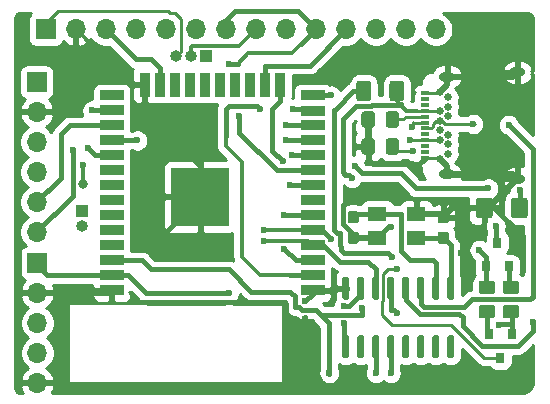
<source format=gbr>
%TF.GenerationSoftware,KiCad,Pcbnew,(5.1.6)-1*%
%TF.CreationDate,2020-08-27T20:14:33+02:00*%
%TF.ProjectId,ESP32_TFT_Board,45535033-325f-4544-9654-5f426f617264,rev?*%
%TF.SameCoordinates,Original*%
%TF.FileFunction,Copper,L2,Bot*%
%TF.FilePolarity,Positive*%
%FSLAX46Y46*%
G04 Gerber Fmt 4.6, Leading zero omitted, Abs format (unit mm)*
G04 Created by KiCad (PCBNEW (5.1.6)-1) date 2020-08-27 20:14:33*
%MOMM*%
%LPD*%
G01*
G04 APERTURE LIST*
%TA.AperFunction,ComponentPad*%
%ADD10O,1.000000X1.000000*%
%TD*%
%TA.AperFunction,ComponentPad*%
%ADD11R,1.000000X1.000000*%
%TD*%
%TA.AperFunction,ComponentPad*%
%ADD12O,1.700000X1.700000*%
%TD*%
%TA.AperFunction,ComponentPad*%
%ADD13R,1.700000X1.700000*%
%TD*%
%TA.AperFunction,SMDPad,CuDef*%
%ADD14R,1.600000X1.300000*%
%TD*%
%TA.AperFunction,SMDPad,CuDef*%
%ADD15R,5.000000X5.000000*%
%TD*%
%TA.AperFunction,SMDPad,CuDef*%
%ADD16R,2.000000X0.900000*%
%TD*%
%TA.AperFunction,SMDPad,CuDef*%
%ADD17R,0.900000X2.000000*%
%TD*%
%TA.AperFunction,SMDPad,CuDef*%
%ADD18R,0.800000X0.900000*%
%TD*%
%TA.AperFunction,ComponentPad*%
%ADD19C,0.650000*%
%TD*%
%TA.AperFunction,ComponentPad*%
%ADD20O,1.400000X0.800000*%
%TD*%
%TA.AperFunction,SMDPad,CuDef*%
%ADD21R,0.700000X0.300000*%
%TD*%
%TA.AperFunction,ViaPad*%
%ADD22C,0.600000*%
%TD*%
%TA.AperFunction,ViaPad*%
%ADD23C,0.800000*%
%TD*%
%TA.AperFunction,Conductor*%
%ADD24C,0.400000*%
%TD*%
%TA.AperFunction,Conductor*%
%ADD25C,0.250000*%
%TD*%
%TA.AperFunction,Conductor*%
%ADD26C,0.500000*%
%TD*%
%TA.AperFunction,Conductor*%
%ADD27C,0.350000*%
%TD*%
%TA.AperFunction,Conductor*%
%ADD28C,0.254000*%
%TD*%
G04 APERTURE END LIST*
D10*
%TO.P,J7,2*%
%TO.N,RXD*%
X93446600Y-76428600D03*
D11*
%TO.P,J7,1*%
%TO.N,TXD*%
X93446600Y-75158600D03*
%TD*%
D12*
%TO.P,J5,5*%
%TO.N,GND*%
X89715340Y-89733120D03*
%TO.P,J5,4*%
%TO.N,ESP_SDA*%
X89715340Y-87193120D03*
%TO.P,J5,3*%
%TO.N,ESP_SCL*%
X89715340Y-84653120D03*
%TO.P,J5,2*%
%TO.N,GND*%
X89715340Y-82113120D03*
D13*
%TO.P,J5,1*%
%TO.N,+3V3*%
X89715340Y-79573120D03*
%TD*%
D12*
%TO.P,J4,6*%
%TO.N,IO5*%
X89662000Y-76962000D03*
%TO.P,J4,5*%
%TO.N,IO27*%
X89662000Y-74422000D03*
%TO.P,J4,4*%
%TO.N,ESP_SDA*%
X89662000Y-71882000D03*
%TO.P,J4,3*%
%TO.N,ESP_SCL*%
X89662000Y-69342000D03*
%TO.P,J4,2*%
%TO.N,GND*%
X89662000Y-66802000D03*
D13*
%TO.P,J4,1*%
%TO.N,+3V3*%
X89662000Y-64262000D03*
%TD*%
D10*
%TO.P,J6,3*%
%TO.N,+3V3*%
X101473000Y-62103000D03*
%TO.P,J6,2*%
%TO.N,LED*%
X102743000Y-62103000D03*
D11*
%TO.P,J6,1*%
%TO.N,TFT_LED*%
X104013000Y-62103000D03*
%TD*%
D14*
%TO.P,Y1,4*%
%TO.N,GND*%
X121792000Y-75454000D03*
%TO.P,Y1,3*%
%TO.N,Net-(C3-Pad1)*%
X118492000Y-75454000D03*
%TO.P,Y1,2*%
%TO.N,GND*%
X118492000Y-77454000D03*
%TO.P,Y1,1*%
%TO.N,Net-(C2-Pad1)*%
X121792000Y-77454000D03*
%TD*%
D15*
%TO.P,U3,39*%
%TO.N,GND*%
X103514180Y-73969370D03*
D16*
%TO.P,U3,25*%
%TO.N,FLASH*%
X113010700Y-65403800D03*
%TO.P,U3,26*%
%TO.N,Net-(R10-Pad2)*%
X113011000Y-66676500D03*
%TO.P,U3,27*%
%TO.N,LoRa_NSS*%
X113013000Y-67944200D03*
%TO.P,U3,28*%
%TO.N,LoRa_RST*%
X113011400Y-69213200D03*
%TO.P,U3,29*%
%TO.N,IO5*%
X113009500Y-70482700D03*
%TO.P,U3,30*%
%TO.N,ESP_SCK*%
X113011300Y-71753900D03*
%TO.P,U3,31*%
%TO.N,ESP_MISO*%
X113013900Y-73023670D03*
%TO.P,U3,32*%
%TO.N,Net-(U3-Pad32)*%
X113012500Y-74292670D03*
%TO.P,U3,33*%
%TO.N,ESP_SDA*%
X113012000Y-75565000D03*
%TO.P,U3,34*%
%TO.N,TXD*%
X113012000Y-76835000D03*
%TO.P,U3,35*%
%TO.N,RXD*%
X113012000Y-78105000D03*
%TO.P,U3,36*%
%TO.N,ESP_SCL*%
X113012000Y-79375000D03*
%TO.P,U3,37*%
%TO.N,ESP_MOSI*%
X113012000Y-80645000D03*
%TO.P,U3,38*%
%TO.N,GND*%
X113012000Y-81915000D03*
D17*
%TO.P,U3,24*%
%TO.N,LoRa_INT*%
X110227000Y-64505000D03*
%TO.P,U3,23*%
%TO.N,TOUCH_CS*%
X108957000Y-64505000D03*
%TO.P,U3,22*%
%TO.N,Net-(U3-Pad22)*%
X107687000Y-64505000D03*
%TO.P,U3,21*%
%TO.N,Net-(U3-Pad21)*%
X106417000Y-64505000D03*
%TO.P,U3,20*%
%TO.N,Net-(U3-Pad20)*%
X105147000Y-64505000D03*
%TO.P,U3,19*%
%TO.N,Net-(U3-Pad19)*%
X103877000Y-64505000D03*
%TO.P,U3,18*%
%TO.N,Net-(U3-Pad18)*%
X102607000Y-64505000D03*
%TO.P,U3,17*%
%TO.N,Net-(U3-Pad17)*%
X101337000Y-64505000D03*
%TO.P,U3,16*%
%TO.N,TFT_CS*%
X100067000Y-64505000D03*
%TO.P,U3,15*%
%TO.N,GND*%
X98797000Y-64505000D03*
D16*
%TO.P,U3,14*%
%TO.N,Net-(U3-Pad14)*%
X96012000Y-65405000D03*
%TO.P,U3,13*%
%TO.N,TFT_RESET*%
X96012000Y-66675000D03*
%TO.P,U3,12*%
%TO.N,IO27*%
X96012000Y-67945000D03*
%TO.P,U3,11*%
%TO.N,TFT_LED*%
X96012000Y-69215000D03*
%TO.P,U3,10*%
%TO.N,TFT_DC*%
X96012000Y-70485000D03*
%TO.P,U3,9*%
%TO.N,CCS_WAKE*%
X96012000Y-71755000D03*
%TO.P,U3,8*%
%TO.N,Net-(U3-Pad8)*%
X96012000Y-73025000D03*
%TO.P,U3,7*%
%TO.N,Net-(U3-Pad7)*%
X96012000Y-74295000D03*
%TO.P,U3,6*%
%TO.N,Net-(U3-Pad6)*%
X96012000Y-75565000D03*
%TO.P,U3,5*%
%TO.N,Net-(U3-Pad5)*%
X96012000Y-76835000D03*
%TO.P,U3,4*%
%TO.N,Net-(U3-Pad4)*%
X96012000Y-78075000D03*
%TO.P,U3,3*%
%TO.N,RST*%
X96002000Y-79375000D03*
%TO.P,U3,2*%
%TO.N,+3V3*%
X96012000Y-80645000D03*
%TO.P,U3,1*%
%TO.N,GND*%
X96012000Y-81915000D03*
%TD*%
%TO.P,U2,16*%
%TO.N,VBUS*%
%TA.AperFunction,SMDPad,CuDef*%
G36*
G01*
X115674000Y-85701000D02*
X115974000Y-85701000D01*
G75*
G02*
X116124000Y-85851000I0J-150000D01*
G01*
X116124000Y-87501000D01*
G75*
G02*
X115974000Y-87651000I-150000J0D01*
G01*
X115674000Y-87651000D01*
G75*
G02*
X115524000Y-87501000I0J150000D01*
G01*
X115524000Y-85851000D01*
G75*
G02*
X115674000Y-85701000I150000J0D01*
G01*
G37*
%TD.AperFunction*%
%TO.P,U2,15*%
%TO.N,Net-(U2-Pad15)*%
%TA.AperFunction,SMDPad,CuDef*%
G36*
G01*
X116944000Y-85701000D02*
X117244000Y-85701000D01*
G75*
G02*
X117394000Y-85851000I0J-150000D01*
G01*
X117394000Y-87501000D01*
G75*
G02*
X117244000Y-87651000I-150000J0D01*
G01*
X116944000Y-87651000D01*
G75*
G02*
X116794000Y-87501000I0J150000D01*
G01*
X116794000Y-85851000D01*
G75*
G02*
X116944000Y-85701000I150000J0D01*
G01*
G37*
%TD.AperFunction*%
%TO.P,U2,14*%
%TO.N,Net-(Q1-Pad2)*%
%TA.AperFunction,SMDPad,CuDef*%
G36*
G01*
X118214000Y-85701000D02*
X118514000Y-85701000D01*
G75*
G02*
X118664000Y-85851000I0J-150000D01*
G01*
X118664000Y-87501000D01*
G75*
G02*
X118514000Y-87651000I-150000J0D01*
G01*
X118214000Y-87651000D01*
G75*
G02*
X118064000Y-87501000I0J150000D01*
G01*
X118064000Y-85851000D01*
G75*
G02*
X118214000Y-85701000I150000J0D01*
G01*
G37*
%TD.AperFunction*%
%TO.P,U2,13*%
%TO.N,Net-(Q2-Pad2)*%
%TA.AperFunction,SMDPad,CuDef*%
G36*
G01*
X119484000Y-85701000D02*
X119784000Y-85701000D01*
G75*
G02*
X119934000Y-85851000I0J-150000D01*
G01*
X119934000Y-87501000D01*
G75*
G02*
X119784000Y-87651000I-150000J0D01*
G01*
X119484000Y-87651000D01*
G75*
G02*
X119334000Y-87501000I0J150000D01*
G01*
X119334000Y-85851000D01*
G75*
G02*
X119484000Y-85701000I150000J0D01*
G01*
G37*
%TD.AperFunction*%
%TO.P,U2,12*%
%TO.N,Net-(U2-Pad12)*%
%TA.AperFunction,SMDPad,CuDef*%
G36*
G01*
X120754000Y-85701000D02*
X121054000Y-85701000D01*
G75*
G02*
X121204000Y-85851000I0J-150000D01*
G01*
X121204000Y-87501000D01*
G75*
G02*
X121054000Y-87651000I-150000J0D01*
G01*
X120754000Y-87651000D01*
G75*
G02*
X120604000Y-87501000I0J150000D01*
G01*
X120604000Y-85851000D01*
G75*
G02*
X120754000Y-85701000I150000J0D01*
G01*
G37*
%TD.AperFunction*%
%TO.P,U2,11*%
%TO.N,Net-(U2-Pad11)*%
%TA.AperFunction,SMDPad,CuDef*%
G36*
G01*
X122024000Y-85701000D02*
X122324000Y-85701000D01*
G75*
G02*
X122474000Y-85851000I0J-150000D01*
G01*
X122474000Y-87501000D01*
G75*
G02*
X122324000Y-87651000I-150000J0D01*
G01*
X122024000Y-87651000D01*
G75*
G02*
X121874000Y-87501000I0J150000D01*
G01*
X121874000Y-85851000D01*
G75*
G02*
X122024000Y-85701000I150000J0D01*
G01*
G37*
%TD.AperFunction*%
%TO.P,U2,10*%
%TO.N,Net-(U2-Pad10)*%
%TA.AperFunction,SMDPad,CuDef*%
G36*
G01*
X123294000Y-85701000D02*
X123594000Y-85701000D01*
G75*
G02*
X123744000Y-85851000I0J-150000D01*
G01*
X123744000Y-87501000D01*
G75*
G02*
X123594000Y-87651000I-150000J0D01*
G01*
X123294000Y-87651000D01*
G75*
G02*
X123144000Y-87501000I0J150000D01*
G01*
X123144000Y-85851000D01*
G75*
G02*
X123294000Y-85701000I150000J0D01*
G01*
G37*
%TD.AperFunction*%
%TO.P,U2,9*%
%TO.N,Net-(U2-Pad9)*%
%TA.AperFunction,SMDPad,CuDef*%
G36*
G01*
X124564000Y-85701000D02*
X124864000Y-85701000D01*
G75*
G02*
X125014000Y-85851000I0J-150000D01*
G01*
X125014000Y-87501000D01*
G75*
G02*
X124864000Y-87651000I-150000J0D01*
G01*
X124564000Y-87651000D01*
G75*
G02*
X124414000Y-87501000I0J150000D01*
G01*
X124414000Y-85851000D01*
G75*
G02*
X124564000Y-85701000I150000J0D01*
G01*
G37*
%TD.AperFunction*%
%TO.P,U2,8*%
%TO.N,Net-(C2-Pad1)*%
%TA.AperFunction,SMDPad,CuDef*%
G36*
G01*
X124564000Y-80751000D02*
X124864000Y-80751000D01*
G75*
G02*
X125014000Y-80901000I0J-150000D01*
G01*
X125014000Y-82551000D01*
G75*
G02*
X124864000Y-82701000I-150000J0D01*
G01*
X124564000Y-82701000D01*
G75*
G02*
X124414000Y-82551000I0J150000D01*
G01*
X124414000Y-80901000D01*
G75*
G02*
X124564000Y-80751000I150000J0D01*
G01*
G37*
%TD.AperFunction*%
%TO.P,U2,7*%
%TO.N,Net-(C3-Pad1)*%
%TA.AperFunction,SMDPad,CuDef*%
G36*
G01*
X123294000Y-80751000D02*
X123594000Y-80751000D01*
G75*
G02*
X123744000Y-80901000I0J-150000D01*
G01*
X123744000Y-82551000D01*
G75*
G02*
X123594000Y-82701000I-150000J0D01*
G01*
X123294000Y-82701000D01*
G75*
G02*
X123144000Y-82551000I0J150000D01*
G01*
X123144000Y-80901000D01*
G75*
G02*
X123294000Y-80751000I150000J0D01*
G01*
G37*
%TD.AperFunction*%
%TO.P,U2,6*%
%TO.N,D-*%
%TA.AperFunction,SMDPad,CuDef*%
G36*
G01*
X122024000Y-80751000D02*
X122324000Y-80751000D01*
G75*
G02*
X122474000Y-80901000I0J-150000D01*
G01*
X122474000Y-82551000D01*
G75*
G02*
X122324000Y-82701000I-150000J0D01*
G01*
X122024000Y-82701000D01*
G75*
G02*
X121874000Y-82551000I0J150000D01*
G01*
X121874000Y-80901000D01*
G75*
G02*
X122024000Y-80751000I150000J0D01*
G01*
G37*
%TD.AperFunction*%
%TO.P,U2,5*%
%TO.N,D+*%
%TA.AperFunction,SMDPad,CuDef*%
G36*
G01*
X120754000Y-80751000D02*
X121054000Y-80751000D01*
G75*
G02*
X121204000Y-80901000I0J-150000D01*
G01*
X121204000Y-82551000D01*
G75*
G02*
X121054000Y-82701000I-150000J0D01*
G01*
X120754000Y-82701000D01*
G75*
G02*
X120604000Y-82551000I0J150000D01*
G01*
X120604000Y-80901000D01*
G75*
G02*
X120754000Y-80751000I150000J0D01*
G01*
G37*
%TD.AperFunction*%
%TO.P,U2,4*%
%TO.N,Net-(C1-Pad1)*%
%TA.AperFunction,SMDPad,CuDef*%
G36*
G01*
X119484000Y-80751000D02*
X119784000Y-80751000D01*
G75*
G02*
X119934000Y-80901000I0J-150000D01*
G01*
X119934000Y-82551000D01*
G75*
G02*
X119784000Y-82701000I-150000J0D01*
G01*
X119484000Y-82701000D01*
G75*
G02*
X119334000Y-82551000I0J150000D01*
G01*
X119334000Y-80901000D01*
G75*
G02*
X119484000Y-80751000I150000J0D01*
G01*
G37*
%TD.AperFunction*%
%TO.P,U2,3*%
%TO.N,RXD*%
%TA.AperFunction,SMDPad,CuDef*%
G36*
G01*
X118214000Y-80751000D02*
X118514000Y-80751000D01*
G75*
G02*
X118664000Y-80901000I0J-150000D01*
G01*
X118664000Y-82551000D01*
G75*
G02*
X118514000Y-82701000I-150000J0D01*
G01*
X118214000Y-82701000D01*
G75*
G02*
X118064000Y-82551000I0J150000D01*
G01*
X118064000Y-80901000D01*
G75*
G02*
X118214000Y-80751000I150000J0D01*
G01*
G37*
%TD.AperFunction*%
%TO.P,U2,2*%
%TO.N,TXD*%
%TA.AperFunction,SMDPad,CuDef*%
G36*
G01*
X116944000Y-80751000D02*
X117244000Y-80751000D01*
G75*
G02*
X117394000Y-80901000I0J-150000D01*
G01*
X117394000Y-82551000D01*
G75*
G02*
X117244000Y-82701000I-150000J0D01*
G01*
X116944000Y-82701000D01*
G75*
G02*
X116794000Y-82551000I0J150000D01*
G01*
X116794000Y-80901000D01*
G75*
G02*
X116944000Y-80751000I150000J0D01*
G01*
G37*
%TD.AperFunction*%
%TO.P,U2,1*%
%TO.N,GND*%
%TA.AperFunction,SMDPad,CuDef*%
G36*
G01*
X115674000Y-80751000D02*
X115974000Y-80751000D01*
G75*
G02*
X116124000Y-80901000I0J-150000D01*
G01*
X116124000Y-82551000D01*
G75*
G02*
X115974000Y-82701000I-150000J0D01*
G01*
X115674000Y-82701000D01*
G75*
G02*
X115524000Y-82551000I0J150000D01*
G01*
X115524000Y-80901000D01*
G75*
G02*
X115674000Y-80751000I150000J0D01*
G01*
G37*
%TD.AperFunction*%
%TD*%
%TO.P,R4,2*%
%TO.N,Net-(Q1-Pad2)*%
%TA.AperFunction,SMDPad,CuDef*%
G36*
G01*
X129343999Y-83127000D02*
X130244001Y-83127000D01*
G75*
G02*
X130494000Y-83376999I0J-249999D01*
G01*
X130494000Y-84027001D01*
G75*
G02*
X130244001Y-84277000I-249999J0D01*
G01*
X129343999Y-84277000D01*
G75*
G02*
X129094000Y-84027001I0J249999D01*
G01*
X129094000Y-83376999D01*
G75*
G02*
X129343999Y-83127000I249999J0D01*
G01*
G37*
%TD.AperFunction*%
%TO.P,R4,1*%
%TO.N,Net-(Q2-Pad1)*%
%TA.AperFunction,SMDPad,CuDef*%
G36*
G01*
X129343999Y-81077000D02*
X130244001Y-81077000D01*
G75*
G02*
X130494000Y-81326999I0J-249999D01*
G01*
X130494000Y-81977001D01*
G75*
G02*
X130244001Y-82227000I-249999J0D01*
G01*
X129343999Y-82227000D01*
G75*
G02*
X129094000Y-81977001I0J249999D01*
G01*
X129094000Y-81326999D01*
G75*
G02*
X129343999Y-81077000I249999J0D01*
G01*
G37*
%TD.AperFunction*%
%TD*%
%TO.P,R3,2*%
%TO.N,Net-(Q2-Pad2)*%
%TA.AperFunction,SMDPad,CuDef*%
G36*
G01*
X128212001Y-82227000D02*
X127311999Y-82227000D01*
G75*
G02*
X127062000Y-81977001I0J249999D01*
G01*
X127062000Y-81326999D01*
G75*
G02*
X127311999Y-81077000I249999J0D01*
G01*
X128212001Y-81077000D01*
G75*
G02*
X128462000Y-81326999I0J-249999D01*
G01*
X128462000Y-81977001D01*
G75*
G02*
X128212001Y-82227000I-249999J0D01*
G01*
G37*
%TD.AperFunction*%
%TO.P,R3,1*%
%TO.N,Net-(Q1-Pad1)*%
%TA.AperFunction,SMDPad,CuDef*%
G36*
G01*
X128212001Y-84277000D02*
X127311999Y-84277000D01*
G75*
G02*
X127062000Y-84027001I0J249999D01*
G01*
X127062000Y-83376999D01*
G75*
G02*
X127311999Y-83127000I249999J0D01*
G01*
X128212001Y-83127000D01*
G75*
G02*
X128462000Y-83376999I0J-249999D01*
G01*
X128462000Y-84027001D01*
G75*
G02*
X128212001Y-84277000I-249999J0D01*
G01*
G37*
%TD.AperFunction*%
%TD*%
%TO.P,R2,2*%
%TO.N,Net-(J1-PadB5)*%
%TA.AperFunction,SMDPad,CuDef*%
G36*
G01*
X119195000Y-70173001D02*
X119195000Y-69272999D01*
G75*
G02*
X119444999Y-69023000I249999J0D01*
G01*
X120095001Y-69023000D01*
G75*
G02*
X120345000Y-69272999I0J-249999D01*
G01*
X120345000Y-70173001D01*
G75*
G02*
X120095001Y-70423000I-249999J0D01*
G01*
X119444999Y-70423000D01*
G75*
G02*
X119195000Y-70173001I0J249999D01*
G01*
G37*
%TD.AperFunction*%
%TO.P,R2,1*%
%TO.N,GND*%
%TA.AperFunction,SMDPad,CuDef*%
G36*
G01*
X117145000Y-70173001D02*
X117145000Y-69272999D01*
G75*
G02*
X117394999Y-69023000I249999J0D01*
G01*
X118045001Y-69023000D01*
G75*
G02*
X118295000Y-69272999I0J-249999D01*
G01*
X118295000Y-70173001D01*
G75*
G02*
X118045001Y-70423000I-249999J0D01*
G01*
X117394999Y-70423000D01*
G75*
G02*
X117145000Y-70173001I0J249999D01*
G01*
G37*
%TD.AperFunction*%
%TD*%
%TO.P,R1,2*%
%TO.N,Net-(J1-PadA5)*%
%TA.AperFunction,SMDPad,CuDef*%
G36*
G01*
X119195000Y-67887001D02*
X119195000Y-66986999D01*
G75*
G02*
X119444999Y-66737000I249999J0D01*
G01*
X120095001Y-66737000D01*
G75*
G02*
X120345000Y-66986999I0J-249999D01*
G01*
X120345000Y-67887001D01*
G75*
G02*
X120095001Y-68137000I-249999J0D01*
G01*
X119444999Y-68137000D01*
G75*
G02*
X119195000Y-67887001I0J249999D01*
G01*
G37*
%TD.AperFunction*%
%TO.P,R1,1*%
%TO.N,GND*%
%TA.AperFunction,SMDPad,CuDef*%
G36*
G01*
X117145000Y-67887001D02*
X117145000Y-66986999D01*
G75*
G02*
X117394999Y-66737000I249999J0D01*
G01*
X118045001Y-66737000D01*
G75*
G02*
X118295000Y-66986999I0J-249999D01*
G01*
X118295000Y-67887001D01*
G75*
G02*
X118045001Y-68137000I-249999J0D01*
G01*
X117394999Y-68137000D01*
G75*
G02*
X117145000Y-67887001I0J249999D01*
G01*
G37*
%TD.AperFunction*%
%TD*%
D18*
%TO.P,Q2,3*%
%TO.N,Net-(Q2-Pad3)*%
X128651000Y-77867000D03*
%TO.P,Q2,2*%
%TO.N,Net-(Q2-Pad2)*%
X127701000Y-79867000D03*
%TO.P,Q2,1*%
%TO.N,Net-(Q2-Pad1)*%
X129601000Y-79867000D03*
%TD*%
%TO.P,Q1,3*%
%TO.N,Net-(Q1-Pad3)*%
X128905000Y-87614000D03*
%TO.P,Q1,2*%
%TO.N,Net-(Q1-Pad2)*%
X129855000Y-85614000D03*
%TO.P,Q1,1*%
%TO.N,Net-(Q1-Pad1)*%
X127955000Y-85614000D03*
%TD*%
D13*
%TO.P,J3,1*%
%TO.N,+3V3*%
X90424000Y-59817000D03*
D12*
%TO.P,J3,2*%
%TO.N,GND*%
X92964000Y-59817000D03*
%TO.P,J3,3*%
%TO.N,TFT_CS*%
X95504000Y-59817000D03*
%TO.P,J3,4*%
%TO.N,TFT_RESET*%
X98044000Y-59817000D03*
%TO.P,J3,5*%
%TO.N,TFT_DC*%
X100584000Y-59817000D03*
%TO.P,J3,6*%
%TO.N,ESP_MOSI*%
X103124000Y-59817000D03*
%TO.P,J3,7*%
%TO.N,ESP_SCK*%
X105664000Y-59817000D03*
%TO.P,J3,8*%
%TO.N,LED*%
X108204000Y-59817000D03*
%TO.P,J3,9*%
%TO.N,ESP_MISO*%
X110744000Y-59817000D03*
%TO.P,J3,10*%
%TO.N,ESP_SCK*%
X113284000Y-59817000D03*
%TO.P,J3,11*%
%TO.N,TOUCH_CS*%
X115824000Y-59817000D03*
%TO.P,J3,12*%
%TO.N,ESP_MOSI*%
X118364000Y-59817000D03*
%TO.P,J3,13*%
%TO.N,ESP_MISO*%
X120904000Y-59817000D03*
%TO.P,J3,14*%
%TO.N,Net-(J3-Pad14)*%
X123444000Y-59817000D03*
%TD*%
D19*
%TO.P,J1,B11*%
%TO.N,Net-(J1-PadB11)*%
X124498000Y-65545000D03*
%TO.P,J1,B10*%
%TO.N,Net-(J1-PadB10)*%
X124498000Y-66345000D03*
%TO.P,J1,B8*%
%TO.N,Net-(J1-PadB8)*%
X124498000Y-67145000D03*
%TO.P,J1,B5*%
%TO.N,Net-(J1-PadB5)*%
X124498000Y-68745000D03*
%TO.P,J1,B3*%
%TO.N,Net-(J1-PadB3)*%
X124498000Y-69545000D03*
%TO.P,J1,B2*%
%TO.N,Net-(J1-PadB2)*%
X124498000Y-70345000D03*
%TO.P,J1,B12*%
%TO.N,GND*%
X123798000Y-65145000D03*
%TO.P,J1,B9*%
%TO.N,VBUS*%
X123798000Y-66745000D03*
%TO.P,J1,B7*%
%TO.N,D-*%
X123798000Y-67545000D03*
%TO.P,J1,B6*%
%TO.N,D+*%
X123798000Y-68345000D03*
%TO.P,J1,B4*%
%TO.N,VBUS*%
X123798000Y-69145000D03*
%TO.P,J1,B1*%
%TO.N,GND*%
X123798000Y-70745000D03*
D20*
%TO.P,J1,S1*%
X130348000Y-63455000D03*
X130348000Y-72435000D03*
X124398000Y-72075000D03*
D21*
%TO.P,J1,A11*%
%TO.N,Net-(J1-PadA11)*%
X122488000Y-70195000D03*
%TO.P,J1,A8*%
%TO.N,Net-(J1-PadA8)*%
X122488000Y-68695000D03*
%TO.P,J1,A9*%
%TO.N,VBUS*%
X122488000Y-69195000D03*
%TO.P,J1,A10*%
%TO.N,Net-(J1-PadA10)*%
X122488000Y-69695000D03*
%TO.P,J1,A12*%
%TO.N,GND*%
X122488000Y-70695000D03*
%TO.P,J1,A7*%
%TO.N,D-*%
X122488000Y-68195000D03*
%TO.P,J1,A6*%
%TO.N,D+*%
X122488000Y-67695000D03*
%TO.P,J1,A5*%
%TO.N,Net-(J1-PadA5)*%
X122488000Y-67195000D03*
%TO.P,J1,A4*%
%TO.N,VBUS*%
X122488000Y-66695000D03*
%TO.P,J1,A3*%
%TO.N,Net-(J1-PadA3)*%
X122488000Y-66195000D03*
%TO.P,J1,A2*%
%TO.N,Net-(J1-PadA2)*%
X122488000Y-65695000D03*
%TO.P,J1,A1*%
%TO.N,GND*%
X122488000Y-65195000D03*
D20*
%TO.P,J1,S1*%
X124398000Y-63815000D03*
%TD*%
%TO.P,D1,2*%
%TO.N,VBUS*%
%TA.AperFunction,SMDPad,CuDef*%
G36*
G01*
X119520000Y-65649000D02*
X119520000Y-64399000D01*
G75*
G02*
X119770000Y-64149000I250000J0D01*
G01*
X120520000Y-64149000D01*
G75*
G02*
X120770000Y-64399000I0J-250000D01*
G01*
X120770000Y-65649000D01*
G75*
G02*
X120520000Y-65899000I-250000J0D01*
G01*
X119770000Y-65899000D01*
G75*
G02*
X119520000Y-65649000I0J250000D01*
G01*
G37*
%TD.AperFunction*%
%TO.P,D1,1*%
%TO.N,Net-(C4-Pad1)*%
%TA.AperFunction,SMDPad,CuDef*%
G36*
G01*
X116720000Y-65649000D02*
X116720000Y-64399000D01*
G75*
G02*
X116970000Y-64149000I250000J0D01*
G01*
X117720000Y-64149000D01*
G75*
G02*
X117970000Y-64399000I0J-250000D01*
G01*
X117970000Y-65649000D01*
G75*
G02*
X117720000Y-65899000I-250000J0D01*
G01*
X116970000Y-65899000D01*
G75*
G02*
X116720000Y-65649000I0J250000D01*
G01*
G37*
%TD.AperFunction*%
%TD*%
%TO.P,C5,2*%
%TO.N,GND*%
%TA.AperFunction,SMDPad,CuDef*%
G36*
G01*
X128257000Y-74305000D02*
X128257000Y-75555000D01*
G75*
G02*
X128007000Y-75805000I-250000J0D01*
G01*
X127082000Y-75805000D01*
G75*
G02*
X126832000Y-75555000I0J250000D01*
G01*
X126832000Y-74305000D01*
G75*
G02*
X127082000Y-74055000I250000J0D01*
G01*
X128007000Y-74055000D01*
G75*
G02*
X128257000Y-74305000I0J-250000D01*
G01*
G37*
%TD.AperFunction*%
%TO.P,C5,1*%
%TO.N,+3V3*%
%TA.AperFunction,SMDPad,CuDef*%
G36*
G01*
X131232000Y-74305000D02*
X131232000Y-75555000D01*
G75*
G02*
X130982000Y-75805000I-250000J0D01*
G01*
X130057000Y-75805000D01*
G75*
G02*
X129807000Y-75555000I0J250000D01*
G01*
X129807000Y-74305000D01*
G75*
G02*
X130057000Y-74055000I250000J0D01*
G01*
X130982000Y-74055000D01*
G75*
G02*
X131232000Y-74305000I0J-250000D01*
G01*
G37*
%TD.AperFunction*%
%TD*%
%TO.P,C3,2*%
%TO.N,GND*%
%TA.AperFunction,SMDPad,CuDef*%
G36*
G01*
X116221500Y-76931000D02*
X116696500Y-76931000D01*
G75*
G02*
X116934000Y-77168500I0J-237500D01*
G01*
X116934000Y-77743500D01*
G75*
G02*
X116696500Y-77981000I-237500J0D01*
G01*
X116221500Y-77981000D01*
G75*
G02*
X115984000Y-77743500I0J237500D01*
G01*
X115984000Y-77168500D01*
G75*
G02*
X116221500Y-76931000I237500J0D01*
G01*
G37*
%TD.AperFunction*%
%TO.P,C3,1*%
%TO.N,Net-(C3-Pad1)*%
%TA.AperFunction,SMDPad,CuDef*%
G36*
G01*
X116221500Y-75181000D02*
X116696500Y-75181000D01*
G75*
G02*
X116934000Y-75418500I0J-237500D01*
G01*
X116934000Y-75993500D01*
G75*
G02*
X116696500Y-76231000I-237500J0D01*
G01*
X116221500Y-76231000D01*
G75*
G02*
X115984000Y-75993500I0J237500D01*
G01*
X115984000Y-75418500D01*
G75*
G02*
X116221500Y-75181000I237500J0D01*
G01*
G37*
%TD.AperFunction*%
%TD*%
%TO.P,C2,2*%
%TO.N,GND*%
%TA.AperFunction,SMDPad,CuDef*%
G36*
G01*
X124316500Y-76231000D02*
X123841500Y-76231000D01*
G75*
G02*
X123604000Y-75993500I0J237500D01*
G01*
X123604000Y-75418500D01*
G75*
G02*
X123841500Y-75181000I237500J0D01*
G01*
X124316500Y-75181000D01*
G75*
G02*
X124554000Y-75418500I0J-237500D01*
G01*
X124554000Y-75993500D01*
G75*
G02*
X124316500Y-76231000I-237500J0D01*
G01*
G37*
%TD.AperFunction*%
%TO.P,C2,1*%
%TO.N,Net-(C2-Pad1)*%
%TA.AperFunction,SMDPad,CuDef*%
G36*
G01*
X124316500Y-77981000D02*
X123841500Y-77981000D01*
G75*
G02*
X123604000Y-77743500I0J237500D01*
G01*
X123604000Y-77168500D01*
G75*
G02*
X123841500Y-76931000I237500J0D01*
G01*
X124316500Y-76931000D01*
G75*
G02*
X124554000Y-77168500I0J-237500D01*
G01*
X124554000Y-77743500D01*
G75*
G02*
X124316500Y-77981000I-237500J0D01*
G01*
G37*
%TD.AperFunction*%
%TD*%
D22*
%TO.N,GND*%
X110744000Y-84455000D03*
X125730000Y-74930000D03*
X98679000Y-66548000D03*
X99314000Y-78232000D03*
X120777000Y-71247000D03*
X125603000Y-78740000D03*
X119634000Y-76581000D03*
X112395000Y-82804000D03*
X112395000Y-84328000D03*
X130810000Y-80264000D03*
X91861640Y-84503260D03*
%TO.N,Net-(C1-Pad1)*%
X120142000Y-83820000D03*
%TO.N,Net-(C4-Pad1)*%
X119761000Y-79121000D03*
%TO.N,+3V3*%
X130556000Y-73406000D03*
X105918000Y-82169000D03*
%TO.N,VBUS*%
X120468000Y-66222000D03*
X121285000Y-69215000D03*
X116332000Y-72390000D03*
X115697000Y-84709000D03*
%TO.N,Net-(J1-PadB5)*%
X121539000Y-70104000D03*
%TO.N,D-*%
X126619000Y-67818000D03*
X129603500Y-67881500D03*
%TO.N,D+*%
X121412000Y-68072000D03*
X131699000Y-84582000D03*
%TO.N,ESP_MISO*%
X111126330Y-73023670D03*
%TO.N,ESP_MOSI*%
X108585000Y-66548000D03*
%TO.N,ESP_SCK*%
X105918000Y-62738000D03*
X106807000Y-67183000D03*
%TO.N,TFT_LED*%
X98171000Y-69215000D03*
%TO.N,TFT_DC*%
X93980000Y-69850000D03*
%TO.N,TFT_RESET*%
X94361000Y-66675000D03*
%TO.N,ESP_SCL*%
X110617000Y-78380000D03*
D23*
X93573600Y-72898000D03*
D22*
X93573600Y-71323200D03*
%TO.N,ESP_SDA*%
X110617000Y-75565000D03*
%TO.N,Net-(Q1-Pad3)*%
X120142000Y-80137000D03*
%TO.N,Net-(Q1-Pad2)*%
X128778000Y-84836000D03*
X118364000Y-88900000D03*
%TO.N,Net-(Q2-Pad3)*%
X116586000Y-71374000D03*
X127889000Y-73279000D03*
X128524000Y-76454000D03*
%TO.N,Net-(Q2-Pad2)*%
X127127000Y-78486000D03*
X119634000Y-88900000D03*
%TO.N,RST*%
X114427000Y-88900000D03*
X117221000Y-83439000D03*
%TO.N,FLASH*%
X114554000Y-65405000D03*
%TO.N,Net-(R10-Pad2)*%
X111379000Y-66548000D03*
%TO.N,RXD*%
X108870799Y-77704999D03*
%TO.N,TXD*%
X114554000Y-77597000D03*
X115633500Y-83248500D03*
X108864400Y-76835000D03*
%TO.N,LoRa_NSS*%
X110744000Y-67945000D03*
%TO.N,LoRa_RST*%
X110744000Y-69215000D03*
%TO.N,LoRa_INT*%
X110490000Y-70993000D03*
%TO.N,IO5*%
X111252000Y-70482700D03*
X92710000Y-69980002D03*
%TD*%
D24*
%TO.N,GND*%
X105537000Y-82931000D02*
X110657458Y-82931000D01*
X110657458Y-82931000D02*
X110744000Y-83017542D01*
X110744000Y-83017542D02*
X110744000Y-84455000D01*
X110744000Y-84455000D02*
X110744000Y-84455000D01*
X105537000Y-82931000D02*
X98425000Y-82931000D01*
D25*
X123748000Y-65195000D02*
X123798000Y-65145000D01*
X122488000Y-65195000D02*
X123748000Y-65195000D01*
D26*
X124398000Y-64545000D02*
X124398000Y-63815000D01*
X123798000Y-65145000D02*
X124398000Y-64545000D01*
X129988000Y-63815000D02*
X130348000Y-63455000D01*
X124398000Y-63815000D02*
X129988000Y-63815000D01*
X124398000Y-71345000D02*
X124398000Y-72075000D01*
X123798000Y-70745000D02*
X124398000Y-71345000D01*
X129988000Y-72075000D02*
X130348000Y-72435000D01*
X124398000Y-72075000D02*
X129988000Y-72075000D01*
X127853000Y-74930000D02*
X130348000Y-72435000D01*
X127544500Y-74930000D02*
X127853000Y-74930000D01*
X124855000Y-74930000D02*
X124079000Y-75706000D01*
X127544500Y-74930000D02*
X125730000Y-74930000D01*
X123827000Y-75454000D02*
X124079000Y-75706000D01*
X121792000Y-75454000D02*
X123827000Y-75454000D01*
X117720000Y-67437000D02*
X117720000Y-69723000D01*
X125730000Y-74930000D02*
X124855000Y-74930000D01*
D25*
X123748000Y-70695000D02*
X123798000Y-70745000D01*
X122488000Y-70695000D02*
X123748000Y-70695000D01*
D24*
X98797000Y-64505000D02*
X97652000Y-64505000D01*
X95758000Y-82169000D02*
X96012000Y-81915000D01*
X96012000Y-81915000D02*
X95377000Y-81915000D01*
X98797000Y-66430000D02*
X98679000Y-66548000D01*
X98797000Y-64505000D02*
X98797000Y-66430000D01*
X103514180Y-71383180D02*
X103514180Y-73969370D01*
X98679000Y-66548000D02*
X103514180Y-71383180D01*
X103514180Y-74031820D02*
X99314000Y-78232000D01*
X103514180Y-73969370D02*
X103514180Y-74031820D01*
X117720000Y-69723000D02*
X117720000Y-70857000D01*
X117720000Y-70857000D02*
X118110000Y-71247000D01*
X118110000Y-71247000D02*
X120777000Y-71247000D01*
X122488000Y-70806000D02*
X122488000Y-70745001D01*
X122047000Y-71247000D02*
X122488000Y-70806000D01*
X120777000Y-71247000D02*
X122047000Y-71247000D01*
X113012000Y-81915000D02*
X113012000Y-82187000D01*
X113012000Y-82187000D02*
X112395000Y-82804000D01*
X112395000Y-82804000D02*
X112395000Y-82804000D01*
X112395000Y-84328000D02*
X112395000Y-84201000D01*
X112395000Y-84201000D02*
X112395000Y-84709000D01*
X116459000Y-77456000D02*
X116459000Y-77132576D01*
X116459000Y-77132576D02*
X115570000Y-76243576D01*
X115570000Y-76243576D02*
X115570000Y-74676000D01*
X115570000Y-74676000D02*
X116078000Y-74168000D01*
X116078000Y-74168000D02*
X116332000Y-74168000D01*
X127544500Y-74930000D02*
X128397000Y-74930000D01*
X128397000Y-74930000D02*
X130810000Y-77343000D01*
X130810000Y-77343000D02*
X130810000Y-80264000D01*
X130810000Y-80264000D02*
X130810000Y-80264000D01*
X119365000Y-76581000D02*
X118492000Y-77454000D01*
X119634000Y-76581000D02*
X119365000Y-76581000D01*
D27*
X91861640Y-82169000D02*
X91861640Y-84503260D01*
D24*
X91861640Y-82169000D02*
X95758000Y-82169000D01*
X89535000Y-82169000D02*
X91861640Y-82169000D01*
D27*
X91861640Y-84503260D02*
X91861640Y-84503260D01*
X97652000Y-64505000D02*
X92964000Y-59817000D01*
D24*
%TO.N,Net-(C1-Pad1)*%
X119634000Y-81726000D02*
X119634000Y-83566000D01*
X119888000Y-83566000D02*
X120142000Y-83820000D01*
X119634000Y-83566000D02*
X119888000Y-83566000D01*
%TO.N,Net-(C2-Pad1)*%
X124077000Y-77454000D02*
X124079000Y-77456000D01*
X121792000Y-77454000D02*
X124077000Y-77454000D01*
X124714000Y-78091000D02*
X124079000Y-77456000D01*
X124714000Y-81726000D02*
X124714000Y-78091000D01*
%TO.N,Net-(C3-Pad1)*%
X116711000Y-75454000D02*
X116459000Y-75706000D01*
X118492000Y-75454000D02*
X116711000Y-75454000D01*
X123190000Y-79375000D02*
X123444000Y-79629000D01*
X120507000Y-75454000D02*
X120523000Y-75470000D01*
X118492000Y-75454000D02*
X120507000Y-75454000D01*
X123444000Y-79629000D02*
X123444000Y-81726000D01*
X120523000Y-78613000D02*
X121285000Y-79375000D01*
X120523000Y-75470000D02*
X120523000Y-78613000D01*
X121285000Y-79375000D02*
X123190000Y-79375000D01*
%TO.N,Net-(C4-Pad1)*%
X117345000Y-65024000D02*
X117345000Y-65154000D01*
X119380000Y-78740000D02*
X119761000Y-79121000D01*
X117345000Y-65024000D02*
X116459000Y-65024000D01*
X116459000Y-65024000D02*
X114955002Y-66527998D01*
X115697000Y-78740000D02*
X119380000Y-78740000D01*
X115443000Y-78486000D02*
X115697000Y-78740000D01*
X115443000Y-78486000D02*
X115443000Y-78232000D01*
X115443000Y-78232000D02*
X115316000Y-78105000D01*
X115316000Y-78105000D02*
X115316000Y-77089000D01*
X115082002Y-77089000D02*
X114808000Y-76814998D01*
X115316000Y-77089000D02*
X115082002Y-77089000D01*
X114808000Y-66675000D02*
X114955002Y-66527998D01*
X114808000Y-76814998D02*
X114808000Y-66675000D01*
%TO.N,+3V3*%
X130519500Y-74930000D02*
X130519500Y-74458500D01*
X130556000Y-74893500D02*
X130519500Y-74930000D01*
X130556000Y-73406000D02*
X130556000Y-74893500D01*
X96012000Y-80645000D02*
X94869000Y-80645000D01*
X97412000Y-80645000D02*
X98936000Y-82169000D01*
X96012000Y-80645000D02*
X97412000Y-80645000D01*
X98936000Y-82169000D02*
X105918000Y-82169000D01*
X105918000Y-82169000D02*
X105918000Y-82169000D01*
X90551000Y-80645000D02*
X96012000Y-80645000D01*
X89535000Y-79629000D02*
X90551000Y-80645000D01*
D25*
X101854000Y-61722000D02*
X101473000Y-62103000D01*
X101854000Y-58928000D02*
X101854000Y-61722000D01*
X101346000Y-58420000D02*
X101854000Y-58928000D01*
X90424000Y-59309000D02*
X91440000Y-58293000D01*
X91440000Y-58293000D02*
X100799002Y-58293000D01*
X90424000Y-59817000D02*
X90424000Y-59309000D01*
X100799002Y-58293000D02*
X100926002Y-58420000D01*
X100926002Y-58420000D02*
X101346000Y-58420000D01*
%TO.N,VBUS*%
X122488000Y-66695000D02*
X121888000Y-66695000D01*
X123748000Y-69195000D02*
X122488000Y-69195000D01*
X123798000Y-69145000D02*
X123748000Y-69195000D01*
X123748000Y-66695000D02*
X123798000Y-66745000D01*
X122488000Y-66695000D02*
X123748000Y-66695000D01*
D27*
X120941000Y-66695000D02*
X121888000Y-66695000D01*
X120145000Y-65899000D02*
X120468000Y-66222000D01*
X120145000Y-65024000D02*
X120145000Y-65899000D01*
X120468000Y-66222000D02*
X120941000Y-66695000D01*
D25*
X121305000Y-69195000D02*
X121285000Y-69215000D01*
X122488000Y-69195000D02*
X121305000Y-69195000D01*
D24*
X120468000Y-66222000D02*
X118066256Y-66222000D01*
X117989246Y-66299010D02*
X116707990Y-66299010D01*
X118066256Y-66222000D02*
X117989246Y-66299010D01*
X115570000Y-67437000D02*
X115570000Y-71922458D01*
X116707990Y-66299010D02*
X115570000Y-67437000D01*
X115570000Y-71922458D02*
X115783542Y-72136000D01*
X115783542Y-72136000D02*
X116078000Y-72136000D01*
X116078000Y-72136000D02*
X116332000Y-72390000D01*
X116332000Y-72390000D02*
X116332000Y-72390000D01*
X115697000Y-86549000D02*
X115824000Y-86676000D01*
X115697000Y-84709000D02*
X115697000Y-86549000D01*
D25*
%TO.N,Net-(J1-PadB5)*%
X120151000Y-70104000D02*
X119770000Y-69723000D01*
X121539000Y-70104000D02*
X120151000Y-70104000D01*
%TO.N,D-*%
X122488000Y-68195000D02*
X123073002Y-68195000D01*
X123073002Y-68195000D02*
X123190000Y-68078002D01*
X123190000Y-68078002D02*
X123190000Y-67818000D01*
X123463000Y-67545000D02*
X123798000Y-67545000D01*
X123190000Y-67818000D02*
X123463000Y-67545000D01*
X123935998Y-67545000D02*
X124208998Y-67818000D01*
X123798000Y-67545000D02*
X123935998Y-67545000D01*
X124208998Y-67818000D02*
X126619000Y-67818000D01*
X126619000Y-67818000D02*
X126619000Y-67818000D01*
D24*
X131632010Y-71307010D02*
X131632010Y-82489990D01*
X122174000Y-81726000D02*
X122174000Y-83058000D01*
X122174000Y-83058000D02*
X122428000Y-83312000D01*
X122428000Y-83312000D02*
X125857000Y-83312000D01*
X125857000Y-83312000D02*
X126492000Y-82677000D01*
X131445000Y-82677000D02*
X131632010Y-82489990D01*
X126492000Y-82677000D02*
X131445000Y-82677000D01*
D25*
X126619000Y-67818000D02*
X126746000Y-67818000D01*
D24*
X131632010Y-71307010D02*
X131632010Y-69910010D01*
X131632010Y-69910010D02*
X129603500Y-67881500D01*
X129603500Y-67881500D02*
X129540000Y-67818000D01*
D25*
%TO.N,D+*%
X121543000Y-67695000D02*
X121539000Y-67691000D01*
X122488000Y-67695000D02*
X121543000Y-67695000D01*
X121543000Y-67941000D02*
X121412000Y-68072000D01*
X121543000Y-67695000D02*
X121543000Y-67941000D01*
D24*
X131699000Y-85340002D02*
X130425002Y-86614000D01*
X131699000Y-84582000D02*
X131699000Y-85340002D01*
X127384998Y-86614000D02*
X125730000Y-84959002D01*
X130425002Y-86614000D02*
X127384998Y-86614000D01*
X125730000Y-84959002D02*
X125730000Y-84201000D01*
X120904000Y-82701000D02*
X120904000Y-81726000D01*
X122115009Y-83912009D02*
X120904000Y-82701000D01*
X125441010Y-83912010D02*
X122115009Y-83912009D01*
X125730000Y-84201000D02*
X125441010Y-83912010D01*
D25*
%TO.N,Net-(J1-PadA5)*%
X119770000Y-67437000D02*
X120662010Y-67437000D01*
X120892000Y-67195000D02*
X122488000Y-67195000D01*
X120662010Y-67424990D02*
X120892000Y-67195000D01*
X120662010Y-67437000D02*
X120662010Y-67424990D01*
D24*
%TO.N,ESP_MISO*%
X113013900Y-73023670D02*
X111126330Y-73023670D01*
X111126330Y-73023670D02*
X111126330Y-73023670D01*
%TO.N,ESP_MOSI*%
X108585000Y-66548000D02*
X108331000Y-66294000D01*
X108331000Y-66294000D02*
X105918000Y-66294000D01*
X105918000Y-66294000D02*
X105664000Y-66548000D01*
X105664000Y-66548000D02*
X105664000Y-68834000D01*
X111125000Y-80645000D02*
X113012000Y-80645000D01*
D27*
X105664000Y-68834000D02*
X105664000Y-69672200D01*
X105664000Y-69672200D02*
X107035600Y-71043800D01*
X107035600Y-71043800D02*
X107035600Y-79095600D01*
X108585000Y-80645000D02*
X111125000Y-80645000D01*
X107035600Y-79095600D02*
X108585000Y-80645000D01*
D24*
%TO.N,TOUCH_CS*%
X108957000Y-64505000D02*
X108957000Y-62874000D01*
X112767000Y-62874000D02*
X108957000Y-62874000D01*
X115824000Y-59817000D02*
X112767000Y-62874000D01*
%TO.N,ESP_SCK*%
X105664000Y-59817000D02*
X105664000Y-59055000D01*
X105664000Y-59055000D02*
X106426000Y-58293000D01*
X111760000Y-58293000D02*
X113284000Y-59817000D01*
X106426000Y-58293000D02*
X111760000Y-58293000D01*
X113284000Y-59817000D02*
X112014000Y-61087000D01*
X106680000Y-62738000D02*
X105918000Y-62738000D01*
X105918000Y-62738000D02*
X105918000Y-62738000D01*
X109980900Y-71753900D02*
X113011300Y-71753900D01*
X106807000Y-68580000D02*
X109980900Y-71753900D01*
X106807000Y-67183000D02*
X106807000Y-68580000D01*
D27*
X107569000Y-61849000D02*
X106680000Y-62738000D01*
X112014000Y-61087000D02*
X111252000Y-61849000D01*
X111252000Y-61849000D02*
X107569000Y-61849000D01*
D24*
%TO.N,TFT_LED*%
X98171000Y-69215000D02*
X96012000Y-69215000D01*
%TO.N,TFT_DC*%
X94615000Y-70485000D02*
X93980000Y-69850000D01*
X96012000Y-70485000D02*
X94615000Y-70485000D01*
%TO.N,TFT_RESET*%
X96012000Y-66675000D02*
X94869000Y-66675000D01*
X94869000Y-66675000D02*
X94361000Y-66675000D01*
X94361000Y-66675000D02*
X94361000Y-66675000D01*
%TO.N,TFT_CS*%
X100067000Y-63105000D02*
X99319000Y-62357000D01*
X100067000Y-64505000D02*
X100067000Y-63105000D01*
X98044000Y-62357000D02*
X95504000Y-59817000D01*
X99319000Y-62357000D02*
X98044000Y-62357000D01*
%TO.N,IO27*%
X91694000Y-72390000D02*
X89535000Y-74549000D01*
X96012000Y-67945000D02*
X92456000Y-67945000D01*
X92456000Y-67945000D02*
X91694000Y-68707000D01*
X91694000Y-68707000D02*
X91694000Y-72390000D01*
%TO.N,ESP_SCL*%
X111612000Y-79375000D02*
X110617000Y-78380000D01*
X113012000Y-79375000D02*
X111612000Y-79375000D01*
X110617000Y-78380000D02*
X110617000Y-78380000D01*
D27*
X93573600Y-71330820D02*
X93573600Y-72872600D01*
D24*
%TO.N,ESP_SDA*%
X113012000Y-75565000D02*
X111125000Y-75565000D01*
X111125000Y-75565000D02*
X110617000Y-75565000D01*
X110617000Y-75565000D02*
X110617000Y-75565000D01*
D25*
%TO.N,Net-(Q1-Pad3)*%
X128905000Y-87614000D02*
X127492000Y-87614000D01*
X127492000Y-87614000D02*
X124714000Y-84836000D01*
X124714000Y-84836000D02*
X119724998Y-84836000D01*
X118881999Y-83993001D02*
X118881999Y-83175001D01*
X119724998Y-84836000D02*
X118881999Y-83993001D01*
X118881999Y-82854769D02*
X118999000Y-82737768D01*
X118881999Y-83175001D02*
X118881999Y-82854769D01*
X118999000Y-82737768D02*
X118999000Y-80714232D01*
X118999000Y-80714232D02*
X118999000Y-80518000D01*
X118999000Y-80518000D02*
X119380000Y-80137000D01*
X119380000Y-80137000D02*
X120142000Y-80137000D01*
X120142000Y-80137000D02*
X120142000Y-80137000D01*
D24*
%TO.N,Net-(Q1-Pad2)*%
X129855000Y-83763000D02*
X129794000Y-83702000D01*
X129855000Y-84516000D02*
X129855000Y-83763000D01*
X118364000Y-88392000D02*
X118364000Y-88900000D01*
X118364000Y-86676000D02*
X118364000Y-88392000D01*
X128839000Y-84775000D02*
X128778000Y-84836000D01*
X129855000Y-84775000D02*
X128839000Y-84775000D01*
X129855000Y-84775000D02*
X129855000Y-84516000D01*
X129855000Y-85614000D02*
X129855000Y-84775000D01*
%TO.N,Net-(Q1-Pad1)*%
X127762000Y-85421000D02*
X127955000Y-85614000D01*
X127762000Y-83702000D02*
X127762000Y-85421000D01*
%TO.N,Net-(Q2-Pad3)*%
X123317000Y-73279000D02*
X127889000Y-73279000D01*
X127889000Y-73279000D02*
X127889000Y-73279000D01*
X128524000Y-77740000D02*
X128651000Y-77867000D01*
X128524000Y-76454000D02*
X128524000Y-77740000D01*
X116586000Y-71374000D02*
X117221000Y-72009000D01*
X117221000Y-72009000D02*
X120523000Y-72009000D01*
X121793000Y-73279000D02*
X123317000Y-73279000D01*
X120523000Y-72009000D02*
X121793000Y-73279000D01*
%TO.N,Net-(Q2-Pad2)*%
X127701000Y-81591000D02*
X127762000Y-81652000D01*
X127701000Y-79867000D02*
X127701000Y-81591000D01*
X127701000Y-79867000D02*
X127701000Y-79060000D01*
X127701000Y-79060000D02*
X127127000Y-78486000D01*
X127127000Y-78486000D02*
X127127000Y-78486000D01*
X119634000Y-86676000D02*
X119634000Y-88392000D01*
X119634000Y-88392000D02*
X119634000Y-88900000D01*
%TO.N,Net-(Q2-Pad1)*%
X129601000Y-81459000D02*
X129794000Y-81652000D01*
X129601000Y-79867000D02*
X129601000Y-81459000D01*
%TO.N,RST*%
X114427000Y-84709000D02*
X114427000Y-88900000D01*
X114427000Y-88900000D02*
X114427000Y-89027000D01*
X117221000Y-83439000D02*
X117221000Y-83947000D01*
X113730001Y-84008999D02*
X113728500Y-84010500D01*
X117221000Y-83947000D02*
X117159001Y-84008999D01*
X117159001Y-84008999D02*
X113730001Y-84008999D01*
X113728500Y-84010500D02*
X114427000Y-84709000D01*
X113538000Y-83820000D02*
X113728500Y-84010500D01*
X111506000Y-82423000D02*
X111506000Y-83312000D01*
X111125000Y-82042000D02*
X111506000Y-82423000D01*
X98552000Y-79375000D02*
X99314000Y-80137000D01*
X107823000Y-82042000D02*
X111125000Y-82042000D01*
X96002000Y-79375000D02*
X98552000Y-79375000D01*
X99314000Y-80137000D02*
X105918000Y-80137000D01*
X105918000Y-80137000D02*
X107823000Y-82042000D01*
X111866998Y-83312000D02*
X112120998Y-83566000D01*
X111506000Y-83312000D02*
X111866998Y-83312000D01*
X113284000Y-83566000D02*
X113538000Y-83820000D01*
X112120998Y-83566000D02*
X113284000Y-83566000D01*
%TO.N,FLASH*%
X113010700Y-65403800D02*
X114552800Y-65403800D01*
X114552800Y-65403800D02*
X114554000Y-65405000D01*
%TO.N,Net-(R10-Pad2)*%
X112882500Y-66548000D02*
X113011000Y-66676500D01*
X111379000Y-66548000D02*
X112882500Y-66548000D01*
%TO.N,RXD*%
X113012000Y-78105000D02*
X113919000Y-78105000D01*
X118364000Y-80137000D02*
X118364000Y-81726000D01*
X117729000Y-79502000D02*
X118364000Y-80137000D01*
X115309002Y-79502000D02*
X117729000Y-79502000D01*
X113912002Y-78105000D02*
X115309002Y-79502000D01*
X113012000Y-78105000D02*
X113912002Y-78105000D01*
D27*
X112611999Y-77704999D02*
X109785199Y-77704999D01*
X113012000Y-78105000D02*
X112611999Y-77704999D01*
X109785199Y-77704999D02*
X108870799Y-77704999D01*
X108870799Y-77704999D02*
X108870799Y-77704999D01*
D24*
%TO.N,TXD*%
X116054334Y-83248500D02*
X115633500Y-83248500D01*
X117094000Y-82208834D02*
X116054334Y-83248500D01*
X117094000Y-81726000D02*
X117094000Y-82208834D01*
X113792000Y-76835000D02*
X114554000Y-77597000D01*
X113012000Y-76835000D02*
X113792000Y-76835000D01*
D27*
X113012000Y-76835000D02*
X109804200Y-76835000D01*
X109804200Y-76835000D02*
X108864400Y-76835000D01*
X108864400Y-76835000D02*
X108864400Y-76835000D01*
D24*
%TO.N,LoRa_NSS*%
X110744800Y-67944200D02*
X110744000Y-67945000D01*
X113013000Y-67944200D02*
X110744800Y-67944200D01*
%TO.N,LoRa_RST*%
X113009600Y-69215000D02*
X113011400Y-69213200D01*
X110744000Y-69215000D02*
X113009600Y-69215000D01*
%TO.N,LoRa_INT*%
X109601000Y-70104000D02*
X110490000Y-70993000D01*
X110227000Y-64505000D02*
X110227000Y-65905000D01*
X109601000Y-66531000D02*
X109601000Y-70104000D01*
X110227000Y-65905000D02*
X109601000Y-66531000D01*
%TO.N,IO5*%
X113009500Y-70482700D02*
X111252000Y-70482700D01*
X92710000Y-73914000D02*
X89535000Y-77089000D01*
X92710000Y-69980002D02*
X92710000Y-73914000D01*
D27*
%TO.N,LED*%
X102743000Y-61296001D02*
X102743000Y-62103000D01*
X102811002Y-61227999D02*
X102743000Y-61296001D01*
X108204000Y-59817000D02*
X106793001Y-61227999D01*
X106793001Y-61227999D02*
X102811002Y-61227999D01*
%TD*%
D28*
%TO.N,GND*%
G36*
X89122815Y-58515815D02*
G01*
X89043463Y-58612506D01*
X88984498Y-58722820D01*
X88948188Y-58842518D01*
X88935928Y-58967000D01*
X88935928Y-60667000D01*
X88948188Y-60791482D01*
X88984498Y-60911180D01*
X89043463Y-61021494D01*
X89122815Y-61118185D01*
X89219506Y-61197537D01*
X89329820Y-61256502D01*
X89449518Y-61292812D01*
X89574000Y-61305072D01*
X91274000Y-61305072D01*
X91398482Y-61292812D01*
X91518180Y-61256502D01*
X91628494Y-61197537D01*
X91725185Y-61118185D01*
X91804537Y-61021494D01*
X91863502Y-60911180D01*
X91887966Y-60830534D01*
X91963731Y-60914588D01*
X92197080Y-61088641D01*
X92459901Y-61213825D01*
X92607110Y-61258476D01*
X92837000Y-61137155D01*
X92837000Y-59944000D01*
X92817000Y-59944000D01*
X92817000Y-59690000D01*
X92837000Y-59690000D01*
X92837000Y-59670000D01*
X93091000Y-59670000D01*
X93091000Y-59690000D01*
X93111000Y-59690000D01*
X93111000Y-59944000D01*
X93091000Y-59944000D01*
X93091000Y-61137155D01*
X93320890Y-61258476D01*
X93468099Y-61213825D01*
X93730920Y-61088641D01*
X93964269Y-60914588D01*
X94159178Y-60698355D01*
X94228805Y-60581466D01*
X94350525Y-60763632D01*
X94557368Y-60970475D01*
X94800589Y-61132990D01*
X95070842Y-61244932D01*
X95357740Y-61302000D01*
X95650260Y-61302000D01*
X95781940Y-61275807D01*
X97424559Y-62918427D01*
X97450709Y-62950291D01*
X97577854Y-63054636D01*
X97722913Y-63132172D01*
X97811843Y-63159149D01*
X97757498Y-63260820D01*
X97721188Y-63380518D01*
X97708928Y-63505000D01*
X97712000Y-64219250D01*
X97870750Y-64378000D01*
X98670000Y-64378000D01*
X98670000Y-64358000D01*
X98924000Y-64358000D01*
X98924000Y-64378000D01*
X98944000Y-64378000D01*
X98944000Y-64632000D01*
X98924000Y-64632000D01*
X98924000Y-65981250D01*
X99082750Y-66140000D01*
X99247000Y-66143072D01*
X99371482Y-66130812D01*
X99432000Y-66112454D01*
X99492518Y-66130812D01*
X99617000Y-66143072D01*
X100517000Y-66143072D01*
X100641482Y-66130812D01*
X100702000Y-66112454D01*
X100762518Y-66130812D01*
X100887000Y-66143072D01*
X101787000Y-66143072D01*
X101911482Y-66130812D01*
X101972000Y-66112454D01*
X102032518Y-66130812D01*
X102157000Y-66143072D01*
X103057000Y-66143072D01*
X103181482Y-66130812D01*
X103242000Y-66112454D01*
X103302518Y-66130812D01*
X103427000Y-66143072D01*
X104327000Y-66143072D01*
X104451482Y-66130812D01*
X104512000Y-66112454D01*
X104572518Y-66130812D01*
X104697000Y-66143072D01*
X104933643Y-66143072D01*
X104888828Y-66226914D01*
X104841082Y-66384312D01*
X104824960Y-66548000D01*
X104829000Y-66589019D01*
X104829001Y-68875019D01*
X104841083Y-68997689D01*
X104854000Y-69040271D01*
X104854000Y-69632412D01*
X104850081Y-69672200D01*
X104854000Y-69711988D01*
X104854000Y-69711991D01*
X104865721Y-69830988D01*
X104900004Y-69944002D01*
X104912038Y-69983673D01*
X104987251Y-70124389D01*
X105042852Y-70192139D01*
X105088473Y-70247728D01*
X105119383Y-70273095D01*
X105678052Y-70831764D01*
X103799930Y-70834370D01*
X103641180Y-70993120D01*
X103641180Y-73842370D01*
X103661180Y-73842370D01*
X103661180Y-74096370D01*
X103641180Y-74096370D01*
X103641180Y-76945620D01*
X103799930Y-77104370D01*
X106014180Y-77107442D01*
X106138662Y-77095182D01*
X106225601Y-77068809D01*
X106225601Y-79055802D01*
X106221681Y-79095600D01*
X106237321Y-79254387D01*
X106275879Y-79381494D01*
X106239087Y-79361828D01*
X106081689Y-79314082D01*
X105959019Y-79302000D01*
X105959018Y-79302000D01*
X105918000Y-79297960D01*
X105876982Y-79302000D01*
X99659868Y-79302000D01*
X99171445Y-78813578D01*
X99145291Y-78781709D01*
X99018146Y-78677364D01*
X98873087Y-78599828D01*
X98715689Y-78552082D01*
X98593019Y-78540000D01*
X98593018Y-78540000D01*
X98552000Y-78535960D01*
X98510982Y-78540000D01*
X97648595Y-78540000D01*
X97650072Y-78525000D01*
X97650072Y-77625000D01*
X97637812Y-77500518D01*
X97624004Y-77455000D01*
X97637812Y-77409482D01*
X97650072Y-77285000D01*
X97650072Y-76469370D01*
X100376108Y-76469370D01*
X100388368Y-76593852D01*
X100424678Y-76713550D01*
X100483643Y-76823864D01*
X100562995Y-76920555D01*
X100659686Y-76999907D01*
X100770000Y-77058872D01*
X100889698Y-77095182D01*
X101014180Y-77107442D01*
X103228430Y-77104370D01*
X103387180Y-76945620D01*
X103387180Y-74096370D01*
X100537930Y-74096370D01*
X100379180Y-74255120D01*
X100376108Y-76469370D01*
X97650072Y-76469370D01*
X97650072Y-76385000D01*
X97637812Y-76260518D01*
X97619454Y-76200000D01*
X97637812Y-76139482D01*
X97650072Y-76015000D01*
X97650072Y-75115000D01*
X97637812Y-74990518D01*
X97619454Y-74930000D01*
X97637812Y-74869482D01*
X97650072Y-74745000D01*
X97650072Y-73845000D01*
X97637812Y-73720518D01*
X97619454Y-73660000D01*
X97637812Y-73599482D01*
X97650072Y-73475000D01*
X97650072Y-72575000D01*
X97637812Y-72450518D01*
X97619454Y-72389999D01*
X97637812Y-72329482D01*
X97650072Y-72205000D01*
X97650072Y-71469370D01*
X100376108Y-71469370D01*
X100379180Y-73683620D01*
X100537930Y-73842370D01*
X103387180Y-73842370D01*
X103387180Y-70993120D01*
X103228430Y-70834370D01*
X101014180Y-70831298D01*
X100889698Y-70843558D01*
X100770000Y-70879868D01*
X100659686Y-70938833D01*
X100562995Y-71018185D01*
X100483643Y-71114876D01*
X100424678Y-71225190D01*
X100388368Y-71344888D01*
X100376108Y-71469370D01*
X97650072Y-71469370D01*
X97650072Y-71305000D01*
X97637812Y-71180518D01*
X97619454Y-71120000D01*
X97637812Y-71059482D01*
X97650072Y-70935000D01*
X97650072Y-70050000D01*
X97743596Y-70050000D01*
X97898271Y-70114068D01*
X98078911Y-70150000D01*
X98263089Y-70150000D01*
X98443729Y-70114068D01*
X98613889Y-70043586D01*
X98767028Y-69941262D01*
X98897262Y-69811028D01*
X98999586Y-69657889D01*
X99070068Y-69487729D01*
X99106000Y-69307089D01*
X99106000Y-69122911D01*
X99070068Y-68942271D01*
X98999586Y-68772111D01*
X98897262Y-68618972D01*
X98767028Y-68488738D01*
X98613889Y-68386414D01*
X98443729Y-68315932D01*
X98263089Y-68280000D01*
X98078911Y-68280000D01*
X97898271Y-68315932D01*
X97743596Y-68380000D01*
X97650072Y-68380000D01*
X97650072Y-67495000D01*
X97637812Y-67370518D01*
X97619454Y-67310000D01*
X97637812Y-67249482D01*
X97650072Y-67125000D01*
X97650072Y-66225000D01*
X97637812Y-66100518D01*
X97619454Y-66040000D01*
X97637812Y-65979482D01*
X97650072Y-65855000D01*
X97650072Y-65505000D01*
X97708928Y-65505000D01*
X97721188Y-65629482D01*
X97757498Y-65749180D01*
X97816463Y-65859494D01*
X97895815Y-65956185D01*
X97992506Y-66035537D01*
X98102820Y-66094502D01*
X98222518Y-66130812D01*
X98347000Y-66143072D01*
X98511250Y-66140000D01*
X98670000Y-65981250D01*
X98670000Y-64632000D01*
X97870750Y-64632000D01*
X97712000Y-64790750D01*
X97708928Y-65505000D01*
X97650072Y-65505000D01*
X97650072Y-64955000D01*
X97637812Y-64830518D01*
X97601502Y-64710820D01*
X97542537Y-64600506D01*
X97463185Y-64503815D01*
X97366494Y-64424463D01*
X97256180Y-64365498D01*
X97136482Y-64329188D01*
X97012000Y-64316928D01*
X95012000Y-64316928D01*
X94887518Y-64329188D01*
X94767820Y-64365498D01*
X94657506Y-64424463D01*
X94560815Y-64503815D01*
X94481463Y-64600506D01*
X94422498Y-64710820D01*
X94386188Y-64830518D01*
X94373928Y-64955000D01*
X94373928Y-65740000D01*
X94268911Y-65740000D01*
X94088271Y-65775932D01*
X93918111Y-65846414D01*
X93764972Y-65948738D01*
X93634738Y-66078972D01*
X93532414Y-66232111D01*
X93461932Y-66402271D01*
X93426000Y-66582911D01*
X93426000Y-66767089D01*
X93461932Y-66947729D01*
X93529146Y-67110000D01*
X92497018Y-67110000D01*
X92456000Y-67105960D01*
X92414982Y-67110000D01*
X92414981Y-67110000D01*
X92292311Y-67122082D01*
X92170971Y-67158890D01*
X92134913Y-67169828D01*
X91989854Y-67247364D01*
X91897482Y-67323172D01*
X91862709Y-67351709D01*
X91836563Y-67383569D01*
X91132578Y-68087555D01*
X91100709Y-68113709D01*
X91002608Y-68233247D01*
X90996364Y-68240855D01*
X90918828Y-68385914D01*
X90884585Y-68498798D01*
X90815475Y-68395368D01*
X90608632Y-68188525D01*
X90426466Y-68066805D01*
X90543355Y-67997178D01*
X90759588Y-67802269D01*
X90933641Y-67568920D01*
X91058825Y-67306099D01*
X91103476Y-67158890D01*
X90982155Y-66929000D01*
X89789000Y-66929000D01*
X89789000Y-66949000D01*
X89535000Y-66949000D01*
X89535000Y-66929000D01*
X88341845Y-66929000D01*
X88220524Y-67158890D01*
X88265175Y-67306099D01*
X88390359Y-67568920D01*
X88564412Y-67802269D01*
X88780645Y-67997178D01*
X88897534Y-68066805D01*
X88715368Y-68188525D01*
X88508525Y-68395368D01*
X88346010Y-68638589D01*
X88234068Y-68908842D01*
X88177000Y-69195740D01*
X88177000Y-69488260D01*
X88234068Y-69775158D01*
X88346010Y-70045411D01*
X88508525Y-70288632D01*
X88715368Y-70495475D01*
X88889760Y-70612000D01*
X88715368Y-70728525D01*
X88508525Y-70935368D01*
X88346010Y-71178589D01*
X88234068Y-71448842D01*
X88177000Y-71735740D01*
X88177000Y-72028260D01*
X88234068Y-72315158D01*
X88346010Y-72585411D01*
X88508525Y-72828632D01*
X88715368Y-73035475D01*
X88889760Y-73152000D01*
X88715368Y-73268525D01*
X88508525Y-73475368D01*
X88346010Y-73718589D01*
X88234068Y-73988842D01*
X88177000Y-74275740D01*
X88177000Y-74568260D01*
X88234068Y-74855158D01*
X88346010Y-75125411D01*
X88508525Y-75368632D01*
X88715368Y-75575475D01*
X88889760Y-75692000D01*
X88715368Y-75808525D01*
X88508525Y-76015368D01*
X88346010Y-76258589D01*
X88234068Y-76528842D01*
X88177000Y-76815740D01*
X88177000Y-77108260D01*
X88234068Y-77395158D01*
X88346010Y-77665411D01*
X88508525Y-77908632D01*
X88707362Y-78107469D01*
X88621160Y-78133618D01*
X88510846Y-78192583D01*
X88414155Y-78271935D01*
X88334803Y-78368626D01*
X88275838Y-78478940D01*
X88239528Y-78598638D01*
X88227268Y-78723120D01*
X88227268Y-80423120D01*
X88239528Y-80547602D01*
X88275838Y-80667300D01*
X88334803Y-80777614D01*
X88414155Y-80874305D01*
X88510846Y-80953657D01*
X88621160Y-81012622D01*
X88701806Y-81037086D01*
X88617752Y-81112851D01*
X88443699Y-81346200D01*
X88318515Y-81609021D01*
X88273864Y-81756230D01*
X88395185Y-81986120D01*
X89588340Y-81986120D01*
X89588340Y-81966120D01*
X89842340Y-81966120D01*
X89842340Y-81986120D01*
X91035495Y-81986120D01*
X91156816Y-81756230D01*
X91112165Y-81609021D01*
X91050711Y-81480000D01*
X94374209Y-81480000D01*
X94377000Y-81629250D01*
X94535750Y-81788000D01*
X95885000Y-81788000D01*
X95885000Y-81768000D01*
X96139000Y-81768000D01*
X96139000Y-81788000D01*
X96159000Y-81788000D01*
X96159000Y-82042000D01*
X96139000Y-82042000D01*
X96139000Y-82841250D01*
X96297750Y-83000000D01*
X97012000Y-83003072D01*
X97136482Y-82990812D01*
X97256180Y-82954502D01*
X97366494Y-82895537D01*
X97463185Y-82816185D01*
X97542537Y-82719494D01*
X97601502Y-82609180D01*
X97637812Y-82489482D01*
X97650072Y-82365000D01*
X97647000Y-82200750D01*
X97488252Y-82042002D01*
X97628135Y-82042002D01*
X98316559Y-82730426D01*
X98342709Y-82762291D01*
X98469854Y-82866636D01*
X98614913Y-82944172D01*
X98772311Y-82991918D01*
X98894981Y-83004000D01*
X98894991Y-83004000D01*
X98935999Y-83008039D01*
X98977007Y-83004000D01*
X105490596Y-83004000D01*
X105580015Y-83041038D01*
X92456450Y-82994501D01*
X92431224Y-82996940D01*
X92407399Y-83004167D01*
X92385443Y-83015903D01*
X92366197Y-83031697D01*
X92350403Y-83050943D01*
X92338667Y-83072899D01*
X92331440Y-83096724D01*
X92329000Y-83121500D01*
X92329000Y-89598500D01*
X92331353Y-89622835D01*
X92338496Y-89646684D01*
X92350154Y-89668683D01*
X92365880Y-89687984D01*
X92385069Y-89703846D01*
X92406983Y-89715660D01*
X92430782Y-89722971D01*
X92455550Y-89725499D01*
X110362550Y-89788999D01*
X110387776Y-89786560D01*
X110411601Y-89779333D01*
X110433557Y-89767597D01*
X110452803Y-89751803D01*
X110468597Y-89732557D01*
X110480333Y-89710601D01*
X110487560Y-89686776D01*
X110490000Y-89662000D01*
X110490000Y-83185000D01*
X110487647Y-83160665D01*
X110480504Y-83136816D01*
X110468846Y-83114817D01*
X110453120Y-83095516D01*
X110433931Y-83079654D01*
X110412017Y-83067840D01*
X110388218Y-83060529D01*
X110363450Y-83058001D01*
X106250247Y-83043415D01*
X106360889Y-82997586D01*
X106514028Y-82895262D01*
X106644262Y-82765028D01*
X106746586Y-82611889D01*
X106817068Y-82441729D01*
X106853000Y-82261089D01*
X106853000Y-82252869D01*
X107203563Y-82603432D01*
X107229709Y-82635291D01*
X107261568Y-82661437D01*
X107261570Y-82661439D01*
X107356854Y-82739636D01*
X107501913Y-82817172D01*
X107659311Y-82864918D01*
X107823000Y-82881040D01*
X107864018Y-82877000D01*
X110671000Y-82877000D01*
X110671000Y-83270981D01*
X110666960Y-83312000D01*
X110683082Y-83475689D01*
X110730828Y-83633087D01*
X110808364Y-83778146D01*
X110912709Y-83905291D01*
X111039854Y-84009636D01*
X111184913Y-84087172D01*
X111342311Y-84134918D01*
X111464981Y-84147000D01*
X111464982Y-84147000D01*
X111506000Y-84151040D01*
X111519819Y-84149679D01*
X111527707Y-84159291D01*
X111654852Y-84263636D01*
X111799911Y-84341172D01*
X111957309Y-84388918D01*
X112079979Y-84401000D01*
X112079981Y-84401000D01*
X112120997Y-84405040D01*
X112162013Y-84401000D01*
X112938133Y-84401000D01*
X113109066Y-84571934D01*
X113135210Y-84603790D01*
X113167065Y-84629933D01*
X113167071Y-84629939D01*
X113167076Y-84629943D01*
X113592000Y-85054868D01*
X113592001Y-88472594D01*
X113527932Y-88627271D01*
X113492000Y-88807911D01*
X113492000Y-88992089D01*
X113527932Y-89172729D01*
X113598414Y-89342889D01*
X113700738Y-89496028D01*
X113830972Y-89626262D01*
X113884857Y-89662267D01*
X113960855Y-89724636D01*
X114105914Y-89802172D01*
X114263312Y-89849918D01*
X114427000Y-89866040D01*
X114590689Y-89849918D01*
X114748087Y-89802172D01*
X114893146Y-89724636D01*
X114969145Y-89662266D01*
X115023028Y-89626262D01*
X115153262Y-89496028D01*
X115255586Y-89342889D01*
X115326068Y-89172729D01*
X115362000Y-88992089D01*
X115362000Y-88807911D01*
X115326068Y-88627271D01*
X115262000Y-88472596D01*
X115262000Y-88170064D01*
X115372418Y-88229084D01*
X115520255Y-88273929D01*
X115674000Y-88289072D01*
X115974000Y-88289072D01*
X116127745Y-88273929D01*
X116275582Y-88229084D01*
X116411829Y-88156258D01*
X116459000Y-88117546D01*
X116506171Y-88156258D01*
X116642418Y-88229084D01*
X116790255Y-88273929D01*
X116944000Y-88289072D01*
X117244000Y-88289072D01*
X117397745Y-88273929D01*
X117529001Y-88234114D01*
X117529001Y-88350972D01*
X117529000Y-88350982D01*
X117529000Y-88472596D01*
X117464932Y-88627271D01*
X117429000Y-88807911D01*
X117429000Y-88992089D01*
X117464932Y-89172729D01*
X117535414Y-89342889D01*
X117637738Y-89496028D01*
X117767972Y-89626262D01*
X117921111Y-89728586D01*
X118091271Y-89799068D01*
X118271911Y-89835000D01*
X118456089Y-89835000D01*
X118636729Y-89799068D01*
X118806889Y-89728586D01*
X118960028Y-89626262D01*
X118999000Y-89587290D01*
X119037972Y-89626262D01*
X119191111Y-89728586D01*
X119361271Y-89799068D01*
X119541911Y-89835000D01*
X119726089Y-89835000D01*
X119906729Y-89799068D01*
X120076889Y-89728586D01*
X120230028Y-89626262D01*
X120360262Y-89496028D01*
X120462586Y-89342889D01*
X120533068Y-89172729D01*
X120569000Y-88992089D01*
X120569000Y-88807911D01*
X120533068Y-88627271D01*
X120469000Y-88472596D01*
X120469000Y-88234114D01*
X120600255Y-88273929D01*
X120754000Y-88289072D01*
X121054000Y-88289072D01*
X121207745Y-88273929D01*
X121355582Y-88229084D01*
X121491829Y-88156258D01*
X121539000Y-88117546D01*
X121586171Y-88156258D01*
X121722418Y-88229084D01*
X121870255Y-88273929D01*
X122024000Y-88289072D01*
X122324000Y-88289072D01*
X122477745Y-88273929D01*
X122625582Y-88229084D01*
X122761829Y-88156258D01*
X122809000Y-88117546D01*
X122856171Y-88156258D01*
X122992418Y-88229084D01*
X123140255Y-88273929D01*
X123294000Y-88289072D01*
X123594000Y-88289072D01*
X123747745Y-88273929D01*
X123895582Y-88229084D01*
X124031829Y-88156258D01*
X124079000Y-88117546D01*
X124126171Y-88156258D01*
X124262418Y-88229084D01*
X124410255Y-88273929D01*
X124564000Y-88289072D01*
X124864000Y-88289072D01*
X125017745Y-88273929D01*
X125165582Y-88229084D01*
X125301829Y-88156258D01*
X125421251Y-88058251D01*
X125519258Y-87938829D01*
X125592084Y-87802582D01*
X125636929Y-87654745D01*
X125652072Y-87501000D01*
X125652072Y-86848874D01*
X126928201Y-88125003D01*
X126951999Y-88154001D01*
X127067724Y-88248974D01*
X127199753Y-88319546D01*
X127343014Y-88363003D01*
X127454667Y-88374000D01*
X127454676Y-88374000D01*
X127491999Y-88377676D01*
X127529322Y-88374000D01*
X127950680Y-88374000D01*
X127974463Y-88418494D01*
X128053815Y-88515185D01*
X128150506Y-88594537D01*
X128260820Y-88653502D01*
X128380518Y-88689812D01*
X128505000Y-88702072D01*
X129305000Y-88702072D01*
X129429482Y-88689812D01*
X129549180Y-88653502D01*
X129659494Y-88594537D01*
X129756185Y-88515185D01*
X129835537Y-88418494D01*
X129894502Y-88308180D01*
X129930812Y-88188482D01*
X129943072Y-88064000D01*
X129943072Y-87449000D01*
X130383984Y-87449000D01*
X130425002Y-87453040D01*
X130466020Y-87449000D01*
X130466021Y-87449000D01*
X130588691Y-87436918D01*
X130746089Y-87389172D01*
X130891148Y-87311636D01*
X131018293Y-87207291D01*
X131044448Y-87175421D01*
X131674001Y-86545869D01*
X131674001Y-89631801D01*
X131653674Y-89839113D01*
X131602240Y-90009472D01*
X131518689Y-90166607D01*
X131406213Y-90304515D01*
X131269094Y-90417950D01*
X131112554Y-90502591D01*
X130942546Y-90555217D01*
X130737195Y-90576800D01*
X90926167Y-90581572D01*
X90986981Y-90500040D01*
X91112165Y-90237219D01*
X91156816Y-90090010D01*
X91035495Y-89860120D01*
X89842340Y-89860120D01*
X89842340Y-89880120D01*
X89588340Y-89880120D01*
X89588340Y-89860120D01*
X88395185Y-89860120D01*
X88273864Y-90090010D01*
X88318515Y-90237219D01*
X88443699Y-90500040D01*
X88504730Y-90581862D01*
X88297239Y-90581887D01*
X88171797Y-90569588D01*
X88082145Y-90542520D01*
X87999456Y-90498553D01*
X87926886Y-90439367D01*
X87867190Y-90367207D01*
X87822646Y-90284825D01*
X87794955Y-90195367D01*
X87782000Y-90072113D01*
X87782000Y-84506860D01*
X88230340Y-84506860D01*
X88230340Y-84799380D01*
X88287408Y-85086278D01*
X88399350Y-85356531D01*
X88561865Y-85599752D01*
X88768708Y-85806595D01*
X88943100Y-85923120D01*
X88768708Y-86039645D01*
X88561865Y-86246488D01*
X88399350Y-86489709D01*
X88287408Y-86759962D01*
X88230340Y-87046860D01*
X88230340Y-87339380D01*
X88287408Y-87626278D01*
X88399350Y-87896531D01*
X88561865Y-88139752D01*
X88768708Y-88346595D01*
X88950874Y-88468315D01*
X88833985Y-88537942D01*
X88617752Y-88732851D01*
X88443699Y-88966200D01*
X88318515Y-89229021D01*
X88273864Y-89376230D01*
X88395185Y-89606120D01*
X89588340Y-89606120D01*
X89588340Y-89586120D01*
X89842340Y-89586120D01*
X89842340Y-89606120D01*
X91035495Y-89606120D01*
X91156816Y-89376230D01*
X91112165Y-89229021D01*
X90986981Y-88966200D01*
X90812928Y-88732851D01*
X90596695Y-88537942D01*
X90479806Y-88468315D01*
X90661972Y-88346595D01*
X90868815Y-88139752D01*
X91031330Y-87896531D01*
X91143272Y-87626278D01*
X91200340Y-87339380D01*
X91200340Y-87046860D01*
X91143272Y-86759962D01*
X91031330Y-86489709D01*
X90868815Y-86246488D01*
X90661972Y-86039645D01*
X90487580Y-85923120D01*
X90661972Y-85806595D01*
X90868815Y-85599752D01*
X91031330Y-85356531D01*
X91143272Y-85086278D01*
X91200340Y-84799380D01*
X91200340Y-84506860D01*
X91143272Y-84219962D01*
X91031330Y-83949709D01*
X90868815Y-83706488D01*
X90661972Y-83499645D01*
X90479806Y-83377925D01*
X90596695Y-83308298D01*
X90812928Y-83113389D01*
X90986981Y-82880040D01*
X91112165Y-82617219D01*
X91156816Y-82470010D01*
X91101399Y-82365000D01*
X94373928Y-82365000D01*
X94386188Y-82489482D01*
X94422498Y-82609180D01*
X94481463Y-82719494D01*
X94560815Y-82816185D01*
X94657506Y-82895537D01*
X94767820Y-82954502D01*
X94887518Y-82990812D01*
X95012000Y-83003072D01*
X95726250Y-83000000D01*
X95885000Y-82841250D01*
X95885000Y-82042000D01*
X94535750Y-82042000D01*
X94377000Y-82200750D01*
X94373928Y-82365000D01*
X91101399Y-82365000D01*
X91035495Y-82240120D01*
X89842340Y-82240120D01*
X89842340Y-82260120D01*
X89588340Y-82260120D01*
X89588340Y-82240120D01*
X88395185Y-82240120D01*
X88273864Y-82470010D01*
X88318515Y-82617219D01*
X88443699Y-82880040D01*
X88617752Y-83113389D01*
X88833985Y-83308298D01*
X88950874Y-83377925D01*
X88768708Y-83499645D01*
X88561865Y-83706488D01*
X88399350Y-83949709D01*
X88287408Y-84219962D01*
X88230340Y-84506860D01*
X87782000Y-84506860D01*
X87782000Y-63412000D01*
X88173928Y-63412000D01*
X88173928Y-65112000D01*
X88186188Y-65236482D01*
X88222498Y-65356180D01*
X88281463Y-65466494D01*
X88360815Y-65563185D01*
X88457506Y-65642537D01*
X88567820Y-65701502D01*
X88648466Y-65725966D01*
X88564412Y-65801731D01*
X88390359Y-66035080D01*
X88265175Y-66297901D01*
X88220524Y-66445110D01*
X88341845Y-66675000D01*
X89535000Y-66675000D01*
X89535000Y-66655000D01*
X89789000Y-66655000D01*
X89789000Y-66675000D01*
X90982155Y-66675000D01*
X91103476Y-66445110D01*
X91058825Y-66297901D01*
X90933641Y-66035080D01*
X90759588Y-65801731D01*
X90675534Y-65725966D01*
X90756180Y-65701502D01*
X90866494Y-65642537D01*
X90963185Y-65563185D01*
X91042537Y-65466494D01*
X91101502Y-65356180D01*
X91137812Y-65236482D01*
X91150072Y-65112000D01*
X91150072Y-63412000D01*
X91137812Y-63287518D01*
X91101502Y-63167820D01*
X91042537Y-63057506D01*
X90963185Y-62960815D01*
X90866494Y-62881463D01*
X90756180Y-62822498D01*
X90636482Y-62786188D01*
X90512000Y-62773928D01*
X88812000Y-62773928D01*
X88687518Y-62786188D01*
X88567820Y-62822498D01*
X88457506Y-62881463D01*
X88360815Y-62960815D01*
X88281463Y-63057506D01*
X88222498Y-63167820D01*
X88186188Y-63287518D01*
X88173928Y-63412000D01*
X87782000Y-63412000D01*
X87782000Y-58960277D01*
X87794303Y-58834798D01*
X87821370Y-58745151D01*
X87865335Y-58662463D01*
X87924522Y-58589894D01*
X87996684Y-58530196D01*
X88079054Y-58485659D01*
X88168515Y-58457966D01*
X88291878Y-58445000D01*
X89209104Y-58445000D01*
X89122815Y-58515815D01*
G37*
X89122815Y-58515815D02*
X89043463Y-58612506D01*
X88984498Y-58722820D01*
X88948188Y-58842518D01*
X88935928Y-58967000D01*
X88935928Y-60667000D01*
X88948188Y-60791482D01*
X88984498Y-60911180D01*
X89043463Y-61021494D01*
X89122815Y-61118185D01*
X89219506Y-61197537D01*
X89329820Y-61256502D01*
X89449518Y-61292812D01*
X89574000Y-61305072D01*
X91274000Y-61305072D01*
X91398482Y-61292812D01*
X91518180Y-61256502D01*
X91628494Y-61197537D01*
X91725185Y-61118185D01*
X91804537Y-61021494D01*
X91863502Y-60911180D01*
X91887966Y-60830534D01*
X91963731Y-60914588D01*
X92197080Y-61088641D01*
X92459901Y-61213825D01*
X92607110Y-61258476D01*
X92837000Y-61137155D01*
X92837000Y-59944000D01*
X92817000Y-59944000D01*
X92817000Y-59690000D01*
X92837000Y-59690000D01*
X92837000Y-59670000D01*
X93091000Y-59670000D01*
X93091000Y-59690000D01*
X93111000Y-59690000D01*
X93111000Y-59944000D01*
X93091000Y-59944000D01*
X93091000Y-61137155D01*
X93320890Y-61258476D01*
X93468099Y-61213825D01*
X93730920Y-61088641D01*
X93964269Y-60914588D01*
X94159178Y-60698355D01*
X94228805Y-60581466D01*
X94350525Y-60763632D01*
X94557368Y-60970475D01*
X94800589Y-61132990D01*
X95070842Y-61244932D01*
X95357740Y-61302000D01*
X95650260Y-61302000D01*
X95781940Y-61275807D01*
X97424559Y-62918427D01*
X97450709Y-62950291D01*
X97577854Y-63054636D01*
X97722913Y-63132172D01*
X97811843Y-63159149D01*
X97757498Y-63260820D01*
X97721188Y-63380518D01*
X97708928Y-63505000D01*
X97712000Y-64219250D01*
X97870750Y-64378000D01*
X98670000Y-64378000D01*
X98670000Y-64358000D01*
X98924000Y-64358000D01*
X98924000Y-64378000D01*
X98944000Y-64378000D01*
X98944000Y-64632000D01*
X98924000Y-64632000D01*
X98924000Y-65981250D01*
X99082750Y-66140000D01*
X99247000Y-66143072D01*
X99371482Y-66130812D01*
X99432000Y-66112454D01*
X99492518Y-66130812D01*
X99617000Y-66143072D01*
X100517000Y-66143072D01*
X100641482Y-66130812D01*
X100702000Y-66112454D01*
X100762518Y-66130812D01*
X100887000Y-66143072D01*
X101787000Y-66143072D01*
X101911482Y-66130812D01*
X101972000Y-66112454D01*
X102032518Y-66130812D01*
X102157000Y-66143072D01*
X103057000Y-66143072D01*
X103181482Y-66130812D01*
X103242000Y-66112454D01*
X103302518Y-66130812D01*
X103427000Y-66143072D01*
X104327000Y-66143072D01*
X104451482Y-66130812D01*
X104512000Y-66112454D01*
X104572518Y-66130812D01*
X104697000Y-66143072D01*
X104933643Y-66143072D01*
X104888828Y-66226914D01*
X104841082Y-66384312D01*
X104824960Y-66548000D01*
X104829000Y-66589019D01*
X104829001Y-68875019D01*
X104841083Y-68997689D01*
X104854000Y-69040271D01*
X104854000Y-69632412D01*
X104850081Y-69672200D01*
X104854000Y-69711988D01*
X104854000Y-69711991D01*
X104865721Y-69830988D01*
X104900004Y-69944002D01*
X104912038Y-69983673D01*
X104987251Y-70124389D01*
X105042852Y-70192139D01*
X105088473Y-70247728D01*
X105119383Y-70273095D01*
X105678052Y-70831764D01*
X103799930Y-70834370D01*
X103641180Y-70993120D01*
X103641180Y-73842370D01*
X103661180Y-73842370D01*
X103661180Y-74096370D01*
X103641180Y-74096370D01*
X103641180Y-76945620D01*
X103799930Y-77104370D01*
X106014180Y-77107442D01*
X106138662Y-77095182D01*
X106225601Y-77068809D01*
X106225601Y-79055802D01*
X106221681Y-79095600D01*
X106237321Y-79254387D01*
X106275879Y-79381494D01*
X106239087Y-79361828D01*
X106081689Y-79314082D01*
X105959019Y-79302000D01*
X105959018Y-79302000D01*
X105918000Y-79297960D01*
X105876982Y-79302000D01*
X99659868Y-79302000D01*
X99171445Y-78813578D01*
X99145291Y-78781709D01*
X99018146Y-78677364D01*
X98873087Y-78599828D01*
X98715689Y-78552082D01*
X98593019Y-78540000D01*
X98593018Y-78540000D01*
X98552000Y-78535960D01*
X98510982Y-78540000D01*
X97648595Y-78540000D01*
X97650072Y-78525000D01*
X97650072Y-77625000D01*
X97637812Y-77500518D01*
X97624004Y-77455000D01*
X97637812Y-77409482D01*
X97650072Y-77285000D01*
X97650072Y-76469370D01*
X100376108Y-76469370D01*
X100388368Y-76593852D01*
X100424678Y-76713550D01*
X100483643Y-76823864D01*
X100562995Y-76920555D01*
X100659686Y-76999907D01*
X100770000Y-77058872D01*
X100889698Y-77095182D01*
X101014180Y-77107442D01*
X103228430Y-77104370D01*
X103387180Y-76945620D01*
X103387180Y-74096370D01*
X100537930Y-74096370D01*
X100379180Y-74255120D01*
X100376108Y-76469370D01*
X97650072Y-76469370D01*
X97650072Y-76385000D01*
X97637812Y-76260518D01*
X97619454Y-76200000D01*
X97637812Y-76139482D01*
X97650072Y-76015000D01*
X97650072Y-75115000D01*
X97637812Y-74990518D01*
X97619454Y-74930000D01*
X97637812Y-74869482D01*
X97650072Y-74745000D01*
X97650072Y-73845000D01*
X97637812Y-73720518D01*
X97619454Y-73660000D01*
X97637812Y-73599482D01*
X97650072Y-73475000D01*
X97650072Y-72575000D01*
X97637812Y-72450518D01*
X97619454Y-72389999D01*
X97637812Y-72329482D01*
X97650072Y-72205000D01*
X97650072Y-71469370D01*
X100376108Y-71469370D01*
X100379180Y-73683620D01*
X100537930Y-73842370D01*
X103387180Y-73842370D01*
X103387180Y-70993120D01*
X103228430Y-70834370D01*
X101014180Y-70831298D01*
X100889698Y-70843558D01*
X100770000Y-70879868D01*
X100659686Y-70938833D01*
X100562995Y-71018185D01*
X100483643Y-71114876D01*
X100424678Y-71225190D01*
X100388368Y-71344888D01*
X100376108Y-71469370D01*
X97650072Y-71469370D01*
X97650072Y-71305000D01*
X97637812Y-71180518D01*
X97619454Y-71120000D01*
X97637812Y-71059482D01*
X97650072Y-70935000D01*
X97650072Y-70050000D01*
X97743596Y-70050000D01*
X97898271Y-70114068D01*
X98078911Y-70150000D01*
X98263089Y-70150000D01*
X98443729Y-70114068D01*
X98613889Y-70043586D01*
X98767028Y-69941262D01*
X98897262Y-69811028D01*
X98999586Y-69657889D01*
X99070068Y-69487729D01*
X99106000Y-69307089D01*
X99106000Y-69122911D01*
X99070068Y-68942271D01*
X98999586Y-68772111D01*
X98897262Y-68618972D01*
X98767028Y-68488738D01*
X98613889Y-68386414D01*
X98443729Y-68315932D01*
X98263089Y-68280000D01*
X98078911Y-68280000D01*
X97898271Y-68315932D01*
X97743596Y-68380000D01*
X97650072Y-68380000D01*
X97650072Y-67495000D01*
X97637812Y-67370518D01*
X97619454Y-67310000D01*
X97637812Y-67249482D01*
X97650072Y-67125000D01*
X97650072Y-66225000D01*
X97637812Y-66100518D01*
X97619454Y-66040000D01*
X97637812Y-65979482D01*
X97650072Y-65855000D01*
X97650072Y-65505000D01*
X97708928Y-65505000D01*
X97721188Y-65629482D01*
X97757498Y-65749180D01*
X97816463Y-65859494D01*
X97895815Y-65956185D01*
X97992506Y-66035537D01*
X98102820Y-66094502D01*
X98222518Y-66130812D01*
X98347000Y-66143072D01*
X98511250Y-66140000D01*
X98670000Y-65981250D01*
X98670000Y-64632000D01*
X97870750Y-64632000D01*
X97712000Y-64790750D01*
X97708928Y-65505000D01*
X97650072Y-65505000D01*
X97650072Y-64955000D01*
X97637812Y-64830518D01*
X97601502Y-64710820D01*
X97542537Y-64600506D01*
X97463185Y-64503815D01*
X97366494Y-64424463D01*
X97256180Y-64365498D01*
X97136482Y-64329188D01*
X97012000Y-64316928D01*
X95012000Y-64316928D01*
X94887518Y-64329188D01*
X94767820Y-64365498D01*
X94657506Y-64424463D01*
X94560815Y-64503815D01*
X94481463Y-64600506D01*
X94422498Y-64710820D01*
X94386188Y-64830518D01*
X94373928Y-64955000D01*
X94373928Y-65740000D01*
X94268911Y-65740000D01*
X94088271Y-65775932D01*
X93918111Y-65846414D01*
X93764972Y-65948738D01*
X93634738Y-66078972D01*
X93532414Y-66232111D01*
X93461932Y-66402271D01*
X93426000Y-66582911D01*
X93426000Y-66767089D01*
X93461932Y-66947729D01*
X93529146Y-67110000D01*
X92497018Y-67110000D01*
X92456000Y-67105960D01*
X92414982Y-67110000D01*
X92414981Y-67110000D01*
X92292311Y-67122082D01*
X92170971Y-67158890D01*
X92134913Y-67169828D01*
X91989854Y-67247364D01*
X91897482Y-67323172D01*
X91862709Y-67351709D01*
X91836563Y-67383569D01*
X91132578Y-68087555D01*
X91100709Y-68113709D01*
X91002608Y-68233247D01*
X90996364Y-68240855D01*
X90918828Y-68385914D01*
X90884585Y-68498798D01*
X90815475Y-68395368D01*
X90608632Y-68188525D01*
X90426466Y-68066805D01*
X90543355Y-67997178D01*
X90759588Y-67802269D01*
X90933641Y-67568920D01*
X91058825Y-67306099D01*
X91103476Y-67158890D01*
X90982155Y-66929000D01*
X89789000Y-66929000D01*
X89789000Y-66949000D01*
X89535000Y-66949000D01*
X89535000Y-66929000D01*
X88341845Y-66929000D01*
X88220524Y-67158890D01*
X88265175Y-67306099D01*
X88390359Y-67568920D01*
X88564412Y-67802269D01*
X88780645Y-67997178D01*
X88897534Y-68066805D01*
X88715368Y-68188525D01*
X88508525Y-68395368D01*
X88346010Y-68638589D01*
X88234068Y-68908842D01*
X88177000Y-69195740D01*
X88177000Y-69488260D01*
X88234068Y-69775158D01*
X88346010Y-70045411D01*
X88508525Y-70288632D01*
X88715368Y-70495475D01*
X88889760Y-70612000D01*
X88715368Y-70728525D01*
X88508525Y-70935368D01*
X88346010Y-71178589D01*
X88234068Y-71448842D01*
X88177000Y-71735740D01*
X88177000Y-72028260D01*
X88234068Y-72315158D01*
X88346010Y-72585411D01*
X88508525Y-72828632D01*
X88715368Y-73035475D01*
X88889760Y-73152000D01*
X88715368Y-73268525D01*
X88508525Y-73475368D01*
X88346010Y-73718589D01*
X88234068Y-73988842D01*
X88177000Y-74275740D01*
X88177000Y-74568260D01*
X88234068Y-74855158D01*
X88346010Y-75125411D01*
X88508525Y-75368632D01*
X88715368Y-75575475D01*
X88889760Y-75692000D01*
X88715368Y-75808525D01*
X88508525Y-76015368D01*
X88346010Y-76258589D01*
X88234068Y-76528842D01*
X88177000Y-76815740D01*
X88177000Y-77108260D01*
X88234068Y-77395158D01*
X88346010Y-77665411D01*
X88508525Y-77908632D01*
X88707362Y-78107469D01*
X88621160Y-78133618D01*
X88510846Y-78192583D01*
X88414155Y-78271935D01*
X88334803Y-78368626D01*
X88275838Y-78478940D01*
X88239528Y-78598638D01*
X88227268Y-78723120D01*
X88227268Y-80423120D01*
X88239528Y-80547602D01*
X88275838Y-80667300D01*
X88334803Y-80777614D01*
X88414155Y-80874305D01*
X88510846Y-80953657D01*
X88621160Y-81012622D01*
X88701806Y-81037086D01*
X88617752Y-81112851D01*
X88443699Y-81346200D01*
X88318515Y-81609021D01*
X88273864Y-81756230D01*
X88395185Y-81986120D01*
X89588340Y-81986120D01*
X89588340Y-81966120D01*
X89842340Y-81966120D01*
X89842340Y-81986120D01*
X91035495Y-81986120D01*
X91156816Y-81756230D01*
X91112165Y-81609021D01*
X91050711Y-81480000D01*
X94374209Y-81480000D01*
X94377000Y-81629250D01*
X94535750Y-81788000D01*
X95885000Y-81788000D01*
X95885000Y-81768000D01*
X96139000Y-81768000D01*
X96139000Y-81788000D01*
X96159000Y-81788000D01*
X96159000Y-82042000D01*
X96139000Y-82042000D01*
X96139000Y-82841250D01*
X96297750Y-83000000D01*
X97012000Y-83003072D01*
X97136482Y-82990812D01*
X97256180Y-82954502D01*
X97366494Y-82895537D01*
X97463185Y-82816185D01*
X97542537Y-82719494D01*
X97601502Y-82609180D01*
X97637812Y-82489482D01*
X97650072Y-82365000D01*
X97647000Y-82200750D01*
X97488252Y-82042002D01*
X97628135Y-82042002D01*
X98316559Y-82730426D01*
X98342709Y-82762291D01*
X98469854Y-82866636D01*
X98614913Y-82944172D01*
X98772311Y-82991918D01*
X98894981Y-83004000D01*
X98894991Y-83004000D01*
X98935999Y-83008039D01*
X98977007Y-83004000D01*
X105490596Y-83004000D01*
X105580015Y-83041038D01*
X92456450Y-82994501D01*
X92431224Y-82996940D01*
X92407399Y-83004167D01*
X92385443Y-83015903D01*
X92366197Y-83031697D01*
X92350403Y-83050943D01*
X92338667Y-83072899D01*
X92331440Y-83096724D01*
X92329000Y-83121500D01*
X92329000Y-89598500D01*
X92331353Y-89622835D01*
X92338496Y-89646684D01*
X92350154Y-89668683D01*
X92365880Y-89687984D01*
X92385069Y-89703846D01*
X92406983Y-89715660D01*
X92430782Y-89722971D01*
X92455550Y-89725499D01*
X110362550Y-89788999D01*
X110387776Y-89786560D01*
X110411601Y-89779333D01*
X110433557Y-89767597D01*
X110452803Y-89751803D01*
X110468597Y-89732557D01*
X110480333Y-89710601D01*
X110487560Y-89686776D01*
X110490000Y-89662000D01*
X110490000Y-83185000D01*
X110487647Y-83160665D01*
X110480504Y-83136816D01*
X110468846Y-83114817D01*
X110453120Y-83095516D01*
X110433931Y-83079654D01*
X110412017Y-83067840D01*
X110388218Y-83060529D01*
X110363450Y-83058001D01*
X106250247Y-83043415D01*
X106360889Y-82997586D01*
X106514028Y-82895262D01*
X106644262Y-82765028D01*
X106746586Y-82611889D01*
X106817068Y-82441729D01*
X106853000Y-82261089D01*
X106853000Y-82252869D01*
X107203563Y-82603432D01*
X107229709Y-82635291D01*
X107261568Y-82661437D01*
X107261570Y-82661439D01*
X107356854Y-82739636D01*
X107501913Y-82817172D01*
X107659311Y-82864918D01*
X107823000Y-82881040D01*
X107864018Y-82877000D01*
X110671000Y-82877000D01*
X110671000Y-83270981D01*
X110666960Y-83312000D01*
X110683082Y-83475689D01*
X110730828Y-83633087D01*
X110808364Y-83778146D01*
X110912709Y-83905291D01*
X111039854Y-84009636D01*
X111184913Y-84087172D01*
X111342311Y-84134918D01*
X111464981Y-84147000D01*
X111464982Y-84147000D01*
X111506000Y-84151040D01*
X111519819Y-84149679D01*
X111527707Y-84159291D01*
X111654852Y-84263636D01*
X111799911Y-84341172D01*
X111957309Y-84388918D01*
X112079979Y-84401000D01*
X112079981Y-84401000D01*
X112120997Y-84405040D01*
X112162013Y-84401000D01*
X112938133Y-84401000D01*
X113109066Y-84571934D01*
X113135210Y-84603790D01*
X113167065Y-84629933D01*
X113167071Y-84629939D01*
X113167076Y-84629943D01*
X113592000Y-85054868D01*
X113592001Y-88472594D01*
X113527932Y-88627271D01*
X113492000Y-88807911D01*
X113492000Y-88992089D01*
X113527932Y-89172729D01*
X113598414Y-89342889D01*
X113700738Y-89496028D01*
X113830972Y-89626262D01*
X113884857Y-89662267D01*
X113960855Y-89724636D01*
X114105914Y-89802172D01*
X114263312Y-89849918D01*
X114427000Y-89866040D01*
X114590689Y-89849918D01*
X114748087Y-89802172D01*
X114893146Y-89724636D01*
X114969145Y-89662266D01*
X115023028Y-89626262D01*
X115153262Y-89496028D01*
X115255586Y-89342889D01*
X115326068Y-89172729D01*
X115362000Y-88992089D01*
X115362000Y-88807911D01*
X115326068Y-88627271D01*
X115262000Y-88472596D01*
X115262000Y-88170064D01*
X115372418Y-88229084D01*
X115520255Y-88273929D01*
X115674000Y-88289072D01*
X115974000Y-88289072D01*
X116127745Y-88273929D01*
X116275582Y-88229084D01*
X116411829Y-88156258D01*
X116459000Y-88117546D01*
X116506171Y-88156258D01*
X116642418Y-88229084D01*
X116790255Y-88273929D01*
X116944000Y-88289072D01*
X117244000Y-88289072D01*
X117397745Y-88273929D01*
X117529001Y-88234114D01*
X117529001Y-88350972D01*
X117529000Y-88350982D01*
X117529000Y-88472596D01*
X117464932Y-88627271D01*
X117429000Y-88807911D01*
X117429000Y-88992089D01*
X117464932Y-89172729D01*
X117535414Y-89342889D01*
X117637738Y-89496028D01*
X117767972Y-89626262D01*
X117921111Y-89728586D01*
X118091271Y-89799068D01*
X118271911Y-89835000D01*
X118456089Y-89835000D01*
X118636729Y-89799068D01*
X118806889Y-89728586D01*
X118960028Y-89626262D01*
X118999000Y-89587290D01*
X119037972Y-89626262D01*
X119191111Y-89728586D01*
X119361271Y-89799068D01*
X119541911Y-89835000D01*
X119726089Y-89835000D01*
X119906729Y-89799068D01*
X120076889Y-89728586D01*
X120230028Y-89626262D01*
X120360262Y-89496028D01*
X120462586Y-89342889D01*
X120533068Y-89172729D01*
X120569000Y-88992089D01*
X120569000Y-88807911D01*
X120533068Y-88627271D01*
X120469000Y-88472596D01*
X120469000Y-88234114D01*
X120600255Y-88273929D01*
X120754000Y-88289072D01*
X121054000Y-88289072D01*
X121207745Y-88273929D01*
X121355582Y-88229084D01*
X121491829Y-88156258D01*
X121539000Y-88117546D01*
X121586171Y-88156258D01*
X121722418Y-88229084D01*
X121870255Y-88273929D01*
X122024000Y-88289072D01*
X122324000Y-88289072D01*
X122477745Y-88273929D01*
X122625582Y-88229084D01*
X122761829Y-88156258D01*
X122809000Y-88117546D01*
X122856171Y-88156258D01*
X122992418Y-88229084D01*
X123140255Y-88273929D01*
X123294000Y-88289072D01*
X123594000Y-88289072D01*
X123747745Y-88273929D01*
X123895582Y-88229084D01*
X124031829Y-88156258D01*
X124079000Y-88117546D01*
X124126171Y-88156258D01*
X124262418Y-88229084D01*
X124410255Y-88273929D01*
X124564000Y-88289072D01*
X124864000Y-88289072D01*
X125017745Y-88273929D01*
X125165582Y-88229084D01*
X125301829Y-88156258D01*
X125421251Y-88058251D01*
X125519258Y-87938829D01*
X125592084Y-87802582D01*
X125636929Y-87654745D01*
X125652072Y-87501000D01*
X125652072Y-86848874D01*
X126928201Y-88125003D01*
X126951999Y-88154001D01*
X127067724Y-88248974D01*
X127199753Y-88319546D01*
X127343014Y-88363003D01*
X127454667Y-88374000D01*
X127454676Y-88374000D01*
X127491999Y-88377676D01*
X127529322Y-88374000D01*
X127950680Y-88374000D01*
X127974463Y-88418494D01*
X128053815Y-88515185D01*
X128150506Y-88594537D01*
X128260820Y-88653502D01*
X128380518Y-88689812D01*
X128505000Y-88702072D01*
X129305000Y-88702072D01*
X129429482Y-88689812D01*
X129549180Y-88653502D01*
X129659494Y-88594537D01*
X129756185Y-88515185D01*
X129835537Y-88418494D01*
X129894502Y-88308180D01*
X129930812Y-88188482D01*
X129943072Y-88064000D01*
X129943072Y-87449000D01*
X130383984Y-87449000D01*
X130425002Y-87453040D01*
X130466020Y-87449000D01*
X130466021Y-87449000D01*
X130588691Y-87436918D01*
X130746089Y-87389172D01*
X130891148Y-87311636D01*
X131018293Y-87207291D01*
X131044448Y-87175421D01*
X131674001Y-86545869D01*
X131674001Y-89631801D01*
X131653674Y-89839113D01*
X131602240Y-90009472D01*
X131518689Y-90166607D01*
X131406213Y-90304515D01*
X131269094Y-90417950D01*
X131112554Y-90502591D01*
X130942546Y-90555217D01*
X130737195Y-90576800D01*
X90926167Y-90581572D01*
X90986981Y-90500040D01*
X91112165Y-90237219D01*
X91156816Y-90090010D01*
X91035495Y-89860120D01*
X89842340Y-89860120D01*
X89842340Y-89880120D01*
X89588340Y-89880120D01*
X89588340Y-89860120D01*
X88395185Y-89860120D01*
X88273864Y-90090010D01*
X88318515Y-90237219D01*
X88443699Y-90500040D01*
X88504730Y-90581862D01*
X88297239Y-90581887D01*
X88171797Y-90569588D01*
X88082145Y-90542520D01*
X87999456Y-90498553D01*
X87926886Y-90439367D01*
X87867190Y-90367207D01*
X87822646Y-90284825D01*
X87794955Y-90195367D01*
X87782000Y-90072113D01*
X87782000Y-84506860D01*
X88230340Y-84506860D01*
X88230340Y-84799380D01*
X88287408Y-85086278D01*
X88399350Y-85356531D01*
X88561865Y-85599752D01*
X88768708Y-85806595D01*
X88943100Y-85923120D01*
X88768708Y-86039645D01*
X88561865Y-86246488D01*
X88399350Y-86489709D01*
X88287408Y-86759962D01*
X88230340Y-87046860D01*
X88230340Y-87339380D01*
X88287408Y-87626278D01*
X88399350Y-87896531D01*
X88561865Y-88139752D01*
X88768708Y-88346595D01*
X88950874Y-88468315D01*
X88833985Y-88537942D01*
X88617752Y-88732851D01*
X88443699Y-88966200D01*
X88318515Y-89229021D01*
X88273864Y-89376230D01*
X88395185Y-89606120D01*
X89588340Y-89606120D01*
X89588340Y-89586120D01*
X89842340Y-89586120D01*
X89842340Y-89606120D01*
X91035495Y-89606120D01*
X91156816Y-89376230D01*
X91112165Y-89229021D01*
X90986981Y-88966200D01*
X90812928Y-88732851D01*
X90596695Y-88537942D01*
X90479806Y-88468315D01*
X90661972Y-88346595D01*
X90868815Y-88139752D01*
X91031330Y-87896531D01*
X91143272Y-87626278D01*
X91200340Y-87339380D01*
X91200340Y-87046860D01*
X91143272Y-86759962D01*
X91031330Y-86489709D01*
X90868815Y-86246488D01*
X90661972Y-86039645D01*
X90487580Y-85923120D01*
X90661972Y-85806595D01*
X90868815Y-85599752D01*
X91031330Y-85356531D01*
X91143272Y-85086278D01*
X91200340Y-84799380D01*
X91200340Y-84506860D01*
X91143272Y-84219962D01*
X91031330Y-83949709D01*
X90868815Y-83706488D01*
X90661972Y-83499645D01*
X90479806Y-83377925D01*
X90596695Y-83308298D01*
X90812928Y-83113389D01*
X90986981Y-82880040D01*
X91112165Y-82617219D01*
X91156816Y-82470010D01*
X91101399Y-82365000D01*
X94373928Y-82365000D01*
X94386188Y-82489482D01*
X94422498Y-82609180D01*
X94481463Y-82719494D01*
X94560815Y-82816185D01*
X94657506Y-82895537D01*
X94767820Y-82954502D01*
X94887518Y-82990812D01*
X95012000Y-83003072D01*
X95726250Y-83000000D01*
X95885000Y-82841250D01*
X95885000Y-82042000D01*
X94535750Y-82042000D01*
X94377000Y-82200750D01*
X94373928Y-82365000D01*
X91101399Y-82365000D01*
X91035495Y-82240120D01*
X89842340Y-82240120D01*
X89842340Y-82260120D01*
X89588340Y-82260120D01*
X89588340Y-82240120D01*
X88395185Y-82240120D01*
X88273864Y-82470010D01*
X88318515Y-82617219D01*
X88443699Y-82880040D01*
X88617752Y-83113389D01*
X88833985Y-83308298D01*
X88950874Y-83377925D01*
X88768708Y-83499645D01*
X88561865Y-83706488D01*
X88399350Y-83949709D01*
X88287408Y-84219962D01*
X88230340Y-84506860D01*
X87782000Y-84506860D01*
X87782000Y-63412000D01*
X88173928Y-63412000D01*
X88173928Y-65112000D01*
X88186188Y-65236482D01*
X88222498Y-65356180D01*
X88281463Y-65466494D01*
X88360815Y-65563185D01*
X88457506Y-65642537D01*
X88567820Y-65701502D01*
X88648466Y-65725966D01*
X88564412Y-65801731D01*
X88390359Y-66035080D01*
X88265175Y-66297901D01*
X88220524Y-66445110D01*
X88341845Y-66675000D01*
X89535000Y-66675000D01*
X89535000Y-66655000D01*
X89789000Y-66655000D01*
X89789000Y-66675000D01*
X90982155Y-66675000D01*
X91103476Y-66445110D01*
X91058825Y-66297901D01*
X90933641Y-66035080D01*
X90759588Y-65801731D01*
X90675534Y-65725966D01*
X90756180Y-65701502D01*
X90866494Y-65642537D01*
X90963185Y-65563185D01*
X91042537Y-65466494D01*
X91101502Y-65356180D01*
X91137812Y-65236482D01*
X91150072Y-65112000D01*
X91150072Y-63412000D01*
X91137812Y-63287518D01*
X91101502Y-63167820D01*
X91042537Y-63057506D01*
X90963185Y-62960815D01*
X90866494Y-62881463D01*
X90756180Y-62822498D01*
X90636482Y-62786188D01*
X90512000Y-62773928D01*
X88812000Y-62773928D01*
X88687518Y-62786188D01*
X88567820Y-62822498D01*
X88457506Y-62881463D01*
X88360815Y-62960815D01*
X88281463Y-63057506D01*
X88222498Y-63167820D01*
X88186188Y-63287518D01*
X88173928Y-63412000D01*
X87782000Y-63412000D01*
X87782000Y-58960277D01*
X87794303Y-58834798D01*
X87821370Y-58745151D01*
X87865335Y-58662463D01*
X87924522Y-58589894D01*
X87996684Y-58530196D01*
X88079054Y-58485659D01*
X88168515Y-58457966D01*
X88291878Y-58445000D01*
X89209104Y-58445000D01*
X89122815Y-58515815D01*
G36*
X114689560Y-80063426D02*
G01*
X114715711Y-80095291D01*
X114842856Y-80199636D01*
X114987915Y-80277172D01*
X115070771Y-80302306D01*
X114993463Y-80396506D01*
X114934498Y-80506820D01*
X114898188Y-80626518D01*
X114885928Y-80751000D01*
X114889000Y-81440250D01*
X115047750Y-81599000D01*
X115697000Y-81599000D01*
X115697000Y-81579000D01*
X115951000Y-81579000D01*
X115951000Y-81599000D01*
X115971000Y-81599000D01*
X115971000Y-81853000D01*
X115951000Y-81853000D01*
X115951000Y-81873000D01*
X115697000Y-81873000D01*
X115697000Y-81853000D01*
X115047750Y-81853000D01*
X114889000Y-82011750D01*
X114886003Y-82684253D01*
X114804914Y-82805611D01*
X114734432Y-82975771D01*
X114698500Y-83156411D01*
X114698500Y-83173999D01*
X114072866Y-83173999D01*
X113903446Y-83004579D01*
X113901820Y-83002598D01*
X114012000Y-83003072D01*
X114136482Y-82990812D01*
X114256180Y-82954502D01*
X114366494Y-82895537D01*
X114463185Y-82816185D01*
X114542537Y-82719494D01*
X114601502Y-82609180D01*
X114637812Y-82489482D01*
X114650072Y-82365000D01*
X114647000Y-82200750D01*
X114488250Y-82042000D01*
X113139000Y-82042000D01*
X113139000Y-82062000D01*
X112885000Y-82062000D01*
X112885000Y-82042000D01*
X112865000Y-82042000D01*
X112865000Y-81788000D01*
X112885000Y-81788000D01*
X112885000Y-81768000D01*
X113139000Y-81768000D01*
X113139000Y-81788000D01*
X114488250Y-81788000D01*
X114647000Y-81629250D01*
X114650072Y-81465000D01*
X114637812Y-81340518D01*
X114619454Y-81280000D01*
X114637812Y-81219482D01*
X114650072Y-81095000D01*
X114650072Y-80195000D01*
X114637812Y-80070518D01*
X114619454Y-80010000D01*
X114623336Y-79997202D01*
X114689560Y-80063426D01*
G37*
X114689560Y-80063426D02*
X114715711Y-80095291D01*
X114842856Y-80199636D01*
X114987915Y-80277172D01*
X115070771Y-80302306D01*
X114993463Y-80396506D01*
X114934498Y-80506820D01*
X114898188Y-80626518D01*
X114885928Y-80751000D01*
X114889000Y-81440250D01*
X115047750Y-81599000D01*
X115697000Y-81599000D01*
X115697000Y-81579000D01*
X115951000Y-81579000D01*
X115951000Y-81599000D01*
X115971000Y-81599000D01*
X115971000Y-81853000D01*
X115951000Y-81853000D01*
X115951000Y-81873000D01*
X115697000Y-81873000D01*
X115697000Y-81853000D01*
X115047750Y-81853000D01*
X114889000Y-82011750D01*
X114886003Y-82684253D01*
X114804914Y-82805611D01*
X114734432Y-82975771D01*
X114698500Y-83156411D01*
X114698500Y-83173999D01*
X114072866Y-83173999D01*
X113903446Y-83004579D01*
X113901820Y-83002598D01*
X114012000Y-83003072D01*
X114136482Y-82990812D01*
X114256180Y-82954502D01*
X114366494Y-82895537D01*
X114463185Y-82816185D01*
X114542537Y-82719494D01*
X114601502Y-82609180D01*
X114637812Y-82489482D01*
X114650072Y-82365000D01*
X114647000Y-82200750D01*
X114488250Y-82042000D01*
X113139000Y-82042000D01*
X113139000Y-82062000D01*
X112885000Y-82062000D01*
X112885000Y-82042000D01*
X112865000Y-82042000D01*
X112865000Y-81788000D01*
X112885000Y-81788000D01*
X112885000Y-81768000D01*
X113139000Y-81768000D01*
X113139000Y-81788000D01*
X114488250Y-81788000D01*
X114647000Y-81629250D01*
X114650072Y-81465000D01*
X114637812Y-81340518D01*
X114619454Y-81280000D01*
X114637812Y-81219482D01*
X114650072Y-81095000D01*
X114650072Y-80195000D01*
X114637812Y-80070518D01*
X114619454Y-80010000D01*
X114623336Y-79997202D01*
X114689560Y-80063426D01*
G36*
X131284202Y-58457303D02*
G01*
X131373849Y-58484370D01*
X131456537Y-58528335D01*
X131529106Y-58587522D01*
X131588804Y-58659684D01*
X131633341Y-58742054D01*
X131661034Y-58831515D01*
X131674000Y-58954879D01*
X131674001Y-59911572D01*
X131674000Y-59911582D01*
X131674001Y-61562572D01*
X131674000Y-61562582D01*
X131674000Y-63327998D01*
X131515000Y-63327998D01*
X131642666Y-63168877D01*
X131579128Y-62985582D01*
X131469658Y-62812948D01*
X131328612Y-62664987D01*
X131161410Y-62547386D01*
X130974478Y-62464664D01*
X130775000Y-62420000D01*
X130475000Y-62420000D01*
X130475000Y-63328000D01*
X130495000Y-63328000D01*
X130495000Y-63582000D01*
X130475000Y-63582000D01*
X130475000Y-64490000D01*
X130775000Y-64490000D01*
X130974478Y-64445336D01*
X131161410Y-64362614D01*
X131328612Y-64245013D01*
X131469658Y-64097052D01*
X131579128Y-63924418D01*
X131642666Y-63741123D01*
X131515000Y-63582002D01*
X131674000Y-63582002D01*
X131674000Y-68771133D01*
X130496155Y-67593287D01*
X130432086Y-67438611D01*
X130329762Y-67285472D01*
X130199528Y-67155238D01*
X130046389Y-67052914D01*
X129876229Y-66982432D01*
X129695589Y-66946500D01*
X129511411Y-66946500D01*
X129330771Y-66982432D01*
X129160611Y-67052914D01*
X129007472Y-67155238D01*
X128877238Y-67285472D01*
X128774914Y-67438611D01*
X128704432Y-67608771D01*
X128668500Y-67789411D01*
X128668500Y-67973589D01*
X128704432Y-68154229D01*
X128774914Y-68324389D01*
X128877238Y-68477528D01*
X129007472Y-68607762D01*
X129160611Y-68710086D01*
X129315287Y-68774155D01*
X130797011Y-70255879D01*
X130797010Y-71265991D01*
X130797010Y-71404928D01*
X130775000Y-71400000D01*
X130475000Y-71400000D01*
X130475000Y-72308000D01*
X130495000Y-72308000D01*
X130495000Y-72471000D01*
X130463911Y-72471000D01*
X130283271Y-72506932D01*
X130150324Y-72562000D01*
X129181002Y-72562000D01*
X129053334Y-72721123D01*
X129116872Y-72904418D01*
X129226342Y-73077052D01*
X129367388Y-73225013D01*
X129534590Y-73342614D01*
X129621000Y-73380853D01*
X129621000Y-73498089D01*
X129627802Y-73532286D01*
X129563614Y-73566595D01*
X129429038Y-73677038D01*
X129318595Y-73811614D01*
X129236528Y-73965150D01*
X129185992Y-74131746D01*
X129168928Y-74305000D01*
X129168928Y-75555000D01*
X129185992Y-75728254D01*
X129214490Y-75822200D01*
X129120028Y-75727738D01*
X128966889Y-75625414D01*
X128893978Y-75595214D01*
X128892000Y-75215750D01*
X128733250Y-75057000D01*
X127671500Y-75057000D01*
X127671500Y-76068845D01*
X127624932Y-76181271D01*
X127589000Y-76361911D01*
X127589000Y-76546089D01*
X127624932Y-76726729D01*
X127689000Y-76881405D01*
X127689001Y-77121367D01*
X127661498Y-77172820D01*
X127625188Y-77292518D01*
X127612928Y-77417000D01*
X127612928Y-77686172D01*
X127569889Y-77657414D01*
X127399729Y-77586932D01*
X127219089Y-77551000D01*
X127034911Y-77551000D01*
X126854271Y-77586932D01*
X126684111Y-77657414D01*
X126530972Y-77759738D01*
X126400738Y-77889972D01*
X126298414Y-78043111D01*
X126227932Y-78213271D01*
X126192000Y-78393911D01*
X126192000Y-78578089D01*
X126227932Y-78758729D01*
X126298414Y-78928889D01*
X126400738Y-79082028D01*
X126530972Y-79212262D01*
X126673700Y-79307629D01*
X126662928Y-79417000D01*
X126662928Y-80317000D01*
X126675188Y-80441482D01*
X126711498Y-80561180D01*
X126754344Y-80641339D01*
X126684038Y-80699038D01*
X126573595Y-80833613D01*
X126491528Y-80987149D01*
X126440992Y-81153745D01*
X126423928Y-81326999D01*
X126423928Y-81844665D01*
X126328311Y-81854082D01*
X126210930Y-81889689D01*
X126170913Y-81901828D01*
X126025854Y-81979364D01*
X125949532Y-82042000D01*
X125898709Y-82083709D01*
X125872562Y-82115569D01*
X125652072Y-82336060D01*
X125652072Y-80901000D01*
X125636929Y-80747255D01*
X125592084Y-80599418D01*
X125549000Y-80518814D01*
X125549000Y-78132018D01*
X125553040Y-78091000D01*
X125546033Y-78019854D01*
X125536918Y-77927311D01*
X125489172Y-77769913D01*
X125411636Y-77624854D01*
X125380514Y-77586932D01*
X125333439Y-77529570D01*
X125333437Y-77529568D01*
X125307291Y-77497709D01*
X125275431Y-77471562D01*
X125192072Y-77388203D01*
X125192072Y-77168500D01*
X125175248Y-76997684D01*
X125125423Y-76833433D01*
X125044512Y-76682058D01*
X125024901Y-76658161D01*
X125084537Y-76585494D01*
X125143502Y-76475180D01*
X125179812Y-76355482D01*
X125192072Y-76231000D01*
X125189000Y-75991750D01*
X125030250Y-75833000D01*
X124206000Y-75833000D01*
X124206000Y-75853000D01*
X123952000Y-75853000D01*
X123952000Y-75833000D01*
X123932000Y-75833000D01*
X123932000Y-75805000D01*
X126193928Y-75805000D01*
X126206188Y-75929482D01*
X126242498Y-76049180D01*
X126301463Y-76159494D01*
X126380815Y-76256185D01*
X126477506Y-76335537D01*
X126587820Y-76394502D01*
X126707518Y-76430812D01*
X126832000Y-76443072D01*
X127258750Y-76440000D01*
X127417500Y-76281250D01*
X127417500Y-75057000D01*
X126355750Y-75057000D01*
X126197000Y-75215750D01*
X126193928Y-75805000D01*
X123932000Y-75805000D01*
X123932000Y-75579000D01*
X123952000Y-75579000D01*
X123952000Y-74704750D01*
X124206000Y-74704750D01*
X124206000Y-75579000D01*
X125030250Y-75579000D01*
X125189000Y-75420250D01*
X125192072Y-75181000D01*
X125179812Y-75056518D01*
X125143502Y-74936820D01*
X125084537Y-74826506D01*
X125005185Y-74729815D01*
X124908494Y-74650463D01*
X124798180Y-74591498D01*
X124678482Y-74555188D01*
X124554000Y-74542928D01*
X124364750Y-74546000D01*
X124206000Y-74704750D01*
X123952000Y-74704750D01*
X123793250Y-74546000D01*
X123604000Y-74542928D01*
X123479518Y-74555188D01*
X123359820Y-74591498D01*
X123249506Y-74650463D01*
X123217073Y-74677080D01*
X123181502Y-74559820D01*
X123122537Y-74449506D01*
X123043185Y-74352815D01*
X122946494Y-74273463D01*
X122836180Y-74214498D01*
X122716482Y-74178188D01*
X122592000Y-74165928D01*
X122077750Y-74169000D01*
X121919000Y-74327750D01*
X121919000Y-75327000D01*
X121939000Y-75327000D01*
X121939000Y-75581000D01*
X121919000Y-75581000D01*
X121919000Y-75601000D01*
X121665000Y-75601000D01*
X121665000Y-75581000D01*
X121645000Y-75581000D01*
X121645000Y-75327000D01*
X121665000Y-75327000D01*
X121665000Y-74327750D01*
X121506250Y-74169000D01*
X120992000Y-74165928D01*
X120867518Y-74178188D01*
X120747820Y-74214498D01*
X120637506Y-74273463D01*
X120540815Y-74352815D01*
X120461463Y-74449506D01*
X120402498Y-74559820D01*
X120384546Y-74619000D01*
X119899454Y-74619000D01*
X119881502Y-74559820D01*
X119822537Y-74449506D01*
X119743185Y-74352815D01*
X119646494Y-74273463D01*
X119536180Y-74214498D01*
X119416482Y-74178188D01*
X119292000Y-74165928D01*
X117692000Y-74165928D01*
X117567518Y-74178188D01*
X117447820Y-74214498D01*
X117337506Y-74273463D01*
X117240815Y-74352815D01*
X117161463Y-74449506D01*
X117102498Y-74559820D01*
X117084546Y-74619000D01*
X117049196Y-74619000D01*
X117031567Y-74609577D01*
X116867316Y-74559752D01*
X116696500Y-74542928D01*
X116221500Y-74542928D01*
X116050684Y-74559752D01*
X115886433Y-74609577D01*
X115735058Y-74690488D01*
X115643000Y-74766038D01*
X115643000Y-73023290D01*
X115735972Y-73116262D01*
X115889111Y-73218586D01*
X116059271Y-73289068D01*
X116239911Y-73325000D01*
X116424089Y-73325000D01*
X116604729Y-73289068D01*
X116774889Y-73218586D01*
X116928028Y-73116262D01*
X117058262Y-72986028D01*
X117154818Y-72841522D01*
X117179981Y-72844000D01*
X117179982Y-72844000D01*
X117221000Y-72848040D01*
X117262018Y-72844000D01*
X120177133Y-72844000D01*
X121173558Y-73840426D01*
X121199709Y-73872291D01*
X121326854Y-73976636D01*
X121471913Y-74054172D01*
X121629311Y-74101918D01*
X121751981Y-74114000D01*
X121751983Y-74114000D01*
X121792999Y-74118040D01*
X121834015Y-74114000D01*
X126194236Y-74114000D01*
X126197000Y-74644250D01*
X126355750Y-74803000D01*
X127417500Y-74803000D01*
X127417500Y-74783000D01*
X127671500Y-74783000D01*
X127671500Y-74803000D01*
X128733250Y-74803000D01*
X128892000Y-74644250D01*
X128895072Y-74055000D01*
X128882812Y-73930518D01*
X128846502Y-73810820D01*
X128787537Y-73700506D01*
X128746935Y-73651033D01*
X128788068Y-73551729D01*
X128824000Y-73371089D01*
X128824000Y-73186911D01*
X128788068Y-73006271D01*
X128717586Y-72836111D01*
X128615262Y-72682972D01*
X128485028Y-72552738D01*
X128331889Y-72450414D01*
X128161729Y-72379932D01*
X127981089Y-72344000D01*
X127796911Y-72344000D01*
X127616271Y-72379932D01*
X127461596Y-72444000D01*
X125663937Y-72444000D01*
X125692666Y-72361123D01*
X125564998Y-72202000D01*
X124525000Y-72202000D01*
X124525000Y-72222000D01*
X124271000Y-72222000D01*
X124271000Y-72202000D01*
X124251000Y-72202000D01*
X124251000Y-72148877D01*
X129053334Y-72148877D01*
X129181002Y-72308000D01*
X130221000Y-72308000D01*
X130221000Y-71400000D01*
X129921000Y-71400000D01*
X129721522Y-71444664D01*
X129534590Y-71527386D01*
X129367388Y-71644987D01*
X129226342Y-71792948D01*
X129116872Y-71965582D01*
X129053334Y-72148877D01*
X124251000Y-72148877D01*
X124251000Y-71948000D01*
X124271000Y-71948000D01*
X124271000Y-71928000D01*
X124525000Y-71928000D01*
X124525000Y-71948000D01*
X125564998Y-71948000D01*
X125692666Y-71788877D01*
X125629128Y-71605582D01*
X125519658Y-71432948D01*
X125378612Y-71284987D01*
X125211410Y-71167386D01*
X125081322Y-71109819D01*
X125109964Y-71090681D01*
X125243681Y-70956964D01*
X125348741Y-70799731D01*
X125421108Y-70625022D01*
X125458000Y-70439552D01*
X125458000Y-70250448D01*
X125421108Y-70064978D01*
X125371411Y-69945000D01*
X125421108Y-69825022D01*
X125458000Y-69639552D01*
X125458000Y-69450448D01*
X125421108Y-69264978D01*
X125371411Y-69145000D01*
X125421108Y-69025022D01*
X125458000Y-68839552D01*
X125458000Y-68650448D01*
X125443589Y-68578000D01*
X126073465Y-68578000D01*
X126176111Y-68646586D01*
X126346271Y-68717068D01*
X126526911Y-68753000D01*
X126711089Y-68753000D01*
X126891729Y-68717068D01*
X127061889Y-68646586D01*
X127215028Y-68544262D01*
X127345262Y-68414028D01*
X127447586Y-68260889D01*
X127518068Y-68090729D01*
X127554000Y-67910089D01*
X127554000Y-67725911D01*
X127518068Y-67545271D01*
X127447586Y-67375111D01*
X127345262Y-67221972D01*
X127215028Y-67091738D01*
X127061889Y-66989414D01*
X126891729Y-66918932D01*
X126711089Y-66883000D01*
X126526911Y-66883000D01*
X126346271Y-66918932D01*
X126176111Y-66989414D01*
X126073465Y-67058000D01*
X125458000Y-67058000D01*
X125458000Y-67050448D01*
X125421108Y-66864978D01*
X125371411Y-66745000D01*
X125421108Y-66625022D01*
X125458000Y-66439552D01*
X125458000Y-66250448D01*
X125421108Y-66064978D01*
X125371411Y-65945000D01*
X125421108Y-65825022D01*
X125458000Y-65639552D01*
X125458000Y-65450448D01*
X125421108Y-65264978D01*
X125348741Y-65090269D01*
X125243681Y-64933036D01*
X125109964Y-64799319D01*
X125081322Y-64780181D01*
X125211410Y-64722614D01*
X125378612Y-64605013D01*
X125519658Y-64457052D01*
X125629128Y-64284418D01*
X125692666Y-64101123D01*
X125564998Y-63942000D01*
X124525000Y-63942000D01*
X124525000Y-63962000D01*
X124271000Y-63962000D01*
X124271000Y-63942000D01*
X124251000Y-63942000D01*
X124251000Y-63741123D01*
X129053334Y-63741123D01*
X129116872Y-63924418D01*
X129226342Y-64097052D01*
X129367388Y-64245013D01*
X129534590Y-64362614D01*
X129721522Y-64445336D01*
X129921000Y-64490000D01*
X130221000Y-64490000D01*
X130221000Y-63582000D01*
X129181002Y-63582000D01*
X129053334Y-63741123D01*
X124251000Y-63741123D01*
X124251000Y-63688000D01*
X124271000Y-63688000D01*
X124271000Y-62780000D01*
X124525000Y-62780000D01*
X124525000Y-63688000D01*
X125564998Y-63688000D01*
X125692666Y-63528877D01*
X125629128Y-63345582D01*
X125519658Y-63172948D01*
X125515778Y-63168877D01*
X129053334Y-63168877D01*
X129181002Y-63328000D01*
X130221000Y-63328000D01*
X130221000Y-62420000D01*
X129921000Y-62420000D01*
X129721522Y-62464664D01*
X129534590Y-62547386D01*
X129367388Y-62664987D01*
X129226342Y-62812948D01*
X129116872Y-62985582D01*
X129053334Y-63168877D01*
X125515778Y-63168877D01*
X125378612Y-63024987D01*
X125211410Y-62907386D01*
X125024478Y-62824664D01*
X124825000Y-62780000D01*
X124525000Y-62780000D01*
X124271000Y-62780000D01*
X123971000Y-62780000D01*
X123771522Y-62824664D01*
X123584590Y-62907386D01*
X123417388Y-63024987D01*
X123276342Y-63172948D01*
X123166872Y-63345582D01*
X123153208Y-63385000D01*
X123053448Y-63385000D01*
X122867978Y-63421892D01*
X122693269Y-63494259D01*
X122536036Y-63599319D01*
X122402319Y-63733036D01*
X122297259Y-63890269D01*
X122224892Y-64064978D01*
X122188000Y-64250448D01*
X122188000Y-64409160D01*
X122153171Y-64407108D01*
X122028433Y-64416406D01*
X121907905Y-64449859D01*
X121796220Y-64506184D01*
X121697670Y-64583215D01*
X121616041Y-64677992D01*
X121554471Y-64786873D01*
X121515325Y-64905674D01*
X121503000Y-65013250D01*
X121640275Y-65150525D01*
X121607463Y-65190506D01*
X121548498Y-65300820D01*
X121535247Y-65344503D01*
X121503000Y-65376750D01*
X121510259Y-65440107D01*
X121499928Y-65545000D01*
X121499928Y-65845000D01*
X121503868Y-65885000D01*
X121371974Y-65885000D01*
X121391008Y-65822254D01*
X121408072Y-65649000D01*
X121408072Y-64399000D01*
X121391008Y-64225746D01*
X121340472Y-64059150D01*
X121258405Y-63905614D01*
X121147962Y-63771038D01*
X121013386Y-63660595D01*
X120859850Y-63578528D01*
X120693254Y-63527992D01*
X120520000Y-63510928D01*
X119770000Y-63510928D01*
X119596746Y-63527992D01*
X119430150Y-63578528D01*
X119276614Y-63660595D01*
X119142038Y-63771038D01*
X119031595Y-63905614D01*
X118949528Y-64059150D01*
X118898992Y-64225746D01*
X118881928Y-64399000D01*
X118881928Y-65387000D01*
X118608072Y-65387000D01*
X118608072Y-64399000D01*
X118591008Y-64225746D01*
X118540472Y-64059150D01*
X118458405Y-63905614D01*
X118347962Y-63771038D01*
X118213386Y-63660595D01*
X118059850Y-63578528D01*
X117893254Y-63527992D01*
X117720000Y-63510928D01*
X116970000Y-63510928D01*
X116796746Y-63527992D01*
X116630150Y-63578528D01*
X116476614Y-63660595D01*
X116342038Y-63771038D01*
X116231595Y-63905614D01*
X116149528Y-64059150D01*
X116098992Y-64225746D01*
X116094429Y-64272071D01*
X115992854Y-64326364D01*
X115865709Y-64430709D01*
X115839559Y-64462574D01*
X115365537Y-64936595D01*
X115280262Y-64808972D01*
X115150028Y-64678738D01*
X114996889Y-64576414D01*
X114826729Y-64505932D01*
X114646089Y-64470000D01*
X114461911Y-64470000D01*
X114429902Y-64476367D01*
X114365194Y-64423263D01*
X114254880Y-64364298D01*
X114135182Y-64327988D01*
X114010700Y-64315728D01*
X112010700Y-64315728D01*
X111886218Y-64327988D01*
X111766520Y-64364298D01*
X111656206Y-64423263D01*
X111559515Y-64502615D01*
X111480163Y-64599306D01*
X111421198Y-64709620D01*
X111384888Y-64829318D01*
X111372628Y-64953800D01*
X111372628Y-65613000D01*
X111304435Y-65613000D01*
X111315072Y-65505000D01*
X111315072Y-63709000D01*
X112725982Y-63709000D01*
X112767000Y-63713040D01*
X112808018Y-63709000D01*
X112808019Y-63709000D01*
X112930689Y-63696918D01*
X113088087Y-63649172D01*
X113233146Y-63571636D01*
X113360291Y-63467291D01*
X113386446Y-63435421D01*
X115546061Y-61275807D01*
X115677740Y-61302000D01*
X115970260Y-61302000D01*
X116257158Y-61244932D01*
X116527411Y-61132990D01*
X116770632Y-60970475D01*
X116977475Y-60763632D01*
X117094000Y-60589240D01*
X117210525Y-60763632D01*
X117417368Y-60970475D01*
X117660589Y-61132990D01*
X117930842Y-61244932D01*
X118217740Y-61302000D01*
X118510260Y-61302000D01*
X118797158Y-61244932D01*
X119067411Y-61132990D01*
X119310632Y-60970475D01*
X119517475Y-60763632D01*
X119634000Y-60589240D01*
X119750525Y-60763632D01*
X119957368Y-60970475D01*
X120200589Y-61132990D01*
X120470842Y-61244932D01*
X120757740Y-61302000D01*
X121050260Y-61302000D01*
X121337158Y-61244932D01*
X121607411Y-61132990D01*
X121850632Y-60970475D01*
X122057475Y-60763632D01*
X122174000Y-60589240D01*
X122290525Y-60763632D01*
X122497368Y-60970475D01*
X122740589Y-61132990D01*
X123010842Y-61244932D01*
X123297740Y-61302000D01*
X123590260Y-61302000D01*
X123877158Y-61244932D01*
X124147411Y-61132990D01*
X124390632Y-60970475D01*
X124597475Y-60763632D01*
X124759990Y-60520411D01*
X124871932Y-60250158D01*
X124929000Y-59963260D01*
X124929000Y-59670740D01*
X124871932Y-59383842D01*
X124759990Y-59113589D01*
X124597475Y-58870368D01*
X124390632Y-58663525D01*
X124147411Y-58501010D01*
X124012190Y-58445000D01*
X131158723Y-58445000D01*
X131284202Y-58457303D01*
G37*
X131284202Y-58457303D02*
X131373849Y-58484370D01*
X131456537Y-58528335D01*
X131529106Y-58587522D01*
X131588804Y-58659684D01*
X131633341Y-58742054D01*
X131661034Y-58831515D01*
X131674000Y-58954879D01*
X131674001Y-59911572D01*
X131674000Y-59911582D01*
X131674001Y-61562572D01*
X131674000Y-61562582D01*
X131674000Y-63327998D01*
X131515000Y-63327998D01*
X131642666Y-63168877D01*
X131579128Y-62985582D01*
X131469658Y-62812948D01*
X131328612Y-62664987D01*
X131161410Y-62547386D01*
X130974478Y-62464664D01*
X130775000Y-62420000D01*
X130475000Y-62420000D01*
X130475000Y-63328000D01*
X130495000Y-63328000D01*
X130495000Y-63582000D01*
X130475000Y-63582000D01*
X130475000Y-64490000D01*
X130775000Y-64490000D01*
X130974478Y-64445336D01*
X131161410Y-64362614D01*
X131328612Y-64245013D01*
X131469658Y-64097052D01*
X131579128Y-63924418D01*
X131642666Y-63741123D01*
X131515000Y-63582002D01*
X131674000Y-63582002D01*
X131674000Y-68771133D01*
X130496155Y-67593287D01*
X130432086Y-67438611D01*
X130329762Y-67285472D01*
X130199528Y-67155238D01*
X130046389Y-67052914D01*
X129876229Y-66982432D01*
X129695589Y-66946500D01*
X129511411Y-66946500D01*
X129330771Y-66982432D01*
X129160611Y-67052914D01*
X129007472Y-67155238D01*
X128877238Y-67285472D01*
X128774914Y-67438611D01*
X128704432Y-67608771D01*
X128668500Y-67789411D01*
X128668500Y-67973589D01*
X128704432Y-68154229D01*
X128774914Y-68324389D01*
X128877238Y-68477528D01*
X129007472Y-68607762D01*
X129160611Y-68710086D01*
X129315287Y-68774155D01*
X130797011Y-70255879D01*
X130797010Y-71265991D01*
X130797010Y-71404928D01*
X130775000Y-71400000D01*
X130475000Y-71400000D01*
X130475000Y-72308000D01*
X130495000Y-72308000D01*
X130495000Y-72471000D01*
X130463911Y-72471000D01*
X130283271Y-72506932D01*
X130150324Y-72562000D01*
X129181002Y-72562000D01*
X129053334Y-72721123D01*
X129116872Y-72904418D01*
X129226342Y-73077052D01*
X129367388Y-73225013D01*
X129534590Y-73342614D01*
X129621000Y-73380853D01*
X129621000Y-73498089D01*
X129627802Y-73532286D01*
X129563614Y-73566595D01*
X129429038Y-73677038D01*
X129318595Y-73811614D01*
X129236528Y-73965150D01*
X129185992Y-74131746D01*
X129168928Y-74305000D01*
X129168928Y-75555000D01*
X129185992Y-75728254D01*
X129214490Y-75822200D01*
X129120028Y-75727738D01*
X128966889Y-75625414D01*
X128893978Y-75595214D01*
X128892000Y-75215750D01*
X128733250Y-75057000D01*
X127671500Y-75057000D01*
X127671500Y-76068845D01*
X127624932Y-76181271D01*
X127589000Y-76361911D01*
X127589000Y-76546089D01*
X127624932Y-76726729D01*
X127689000Y-76881405D01*
X127689001Y-77121367D01*
X127661498Y-77172820D01*
X127625188Y-77292518D01*
X127612928Y-77417000D01*
X127612928Y-77686172D01*
X127569889Y-77657414D01*
X127399729Y-77586932D01*
X127219089Y-77551000D01*
X127034911Y-77551000D01*
X126854271Y-77586932D01*
X126684111Y-77657414D01*
X126530972Y-77759738D01*
X126400738Y-77889972D01*
X126298414Y-78043111D01*
X126227932Y-78213271D01*
X126192000Y-78393911D01*
X126192000Y-78578089D01*
X126227932Y-78758729D01*
X126298414Y-78928889D01*
X126400738Y-79082028D01*
X126530972Y-79212262D01*
X126673700Y-79307629D01*
X126662928Y-79417000D01*
X126662928Y-80317000D01*
X126675188Y-80441482D01*
X126711498Y-80561180D01*
X126754344Y-80641339D01*
X126684038Y-80699038D01*
X126573595Y-80833613D01*
X126491528Y-80987149D01*
X126440992Y-81153745D01*
X126423928Y-81326999D01*
X126423928Y-81844665D01*
X126328311Y-81854082D01*
X126210930Y-81889689D01*
X126170913Y-81901828D01*
X126025854Y-81979364D01*
X125949532Y-82042000D01*
X125898709Y-82083709D01*
X125872562Y-82115569D01*
X125652072Y-82336060D01*
X125652072Y-80901000D01*
X125636929Y-80747255D01*
X125592084Y-80599418D01*
X125549000Y-80518814D01*
X125549000Y-78132018D01*
X125553040Y-78091000D01*
X125546033Y-78019854D01*
X125536918Y-77927311D01*
X125489172Y-77769913D01*
X125411636Y-77624854D01*
X125380514Y-77586932D01*
X125333439Y-77529570D01*
X125333437Y-77529568D01*
X125307291Y-77497709D01*
X125275431Y-77471562D01*
X125192072Y-77388203D01*
X125192072Y-77168500D01*
X125175248Y-76997684D01*
X125125423Y-76833433D01*
X125044512Y-76682058D01*
X125024901Y-76658161D01*
X125084537Y-76585494D01*
X125143502Y-76475180D01*
X125179812Y-76355482D01*
X125192072Y-76231000D01*
X125189000Y-75991750D01*
X125030250Y-75833000D01*
X124206000Y-75833000D01*
X124206000Y-75853000D01*
X123952000Y-75853000D01*
X123952000Y-75833000D01*
X123932000Y-75833000D01*
X123932000Y-75805000D01*
X126193928Y-75805000D01*
X126206188Y-75929482D01*
X126242498Y-76049180D01*
X126301463Y-76159494D01*
X126380815Y-76256185D01*
X126477506Y-76335537D01*
X126587820Y-76394502D01*
X126707518Y-76430812D01*
X126832000Y-76443072D01*
X127258750Y-76440000D01*
X127417500Y-76281250D01*
X127417500Y-75057000D01*
X126355750Y-75057000D01*
X126197000Y-75215750D01*
X126193928Y-75805000D01*
X123932000Y-75805000D01*
X123932000Y-75579000D01*
X123952000Y-75579000D01*
X123952000Y-74704750D01*
X124206000Y-74704750D01*
X124206000Y-75579000D01*
X125030250Y-75579000D01*
X125189000Y-75420250D01*
X125192072Y-75181000D01*
X125179812Y-75056518D01*
X125143502Y-74936820D01*
X125084537Y-74826506D01*
X125005185Y-74729815D01*
X124908494Y-74650463D01*
X124798180Y-74591498D01*
X124678482Y-74555188D01*
X124554000Y-74542928D01*
X124364750Y-74546000D01*
X124206000Y-74704750D01*
X123952000Y-74704750D01*
X123793250Y-74546000D01*
X123604000Y-74542928D01*
X123479518Y-74555188D01*
X123359820Y-74591498D01*
X123249506Y-74650463D01*
X123217073Y-74677080D01*
X123181502Y-74559820D01*
X123122537Y-74449506D01*
X123043185Y-74352815D01*
X122946494Y-74273463D01*
X122836180Y-74214498D01*
X122716482Y-74178188D01*
X122592000Y-74165928D01*
X122077750Y-74169000D01*
X121919000Y-74327750D01*
X121919000Y-75327000D01*
X121939000Y-75327000D01*
X121939000Y-75581000D01*
X121919000Y-75581000D01*
X121919000Y-75601000D01*
X121665000Y-75601000D01*
X121665000Y-75581000D01*
X121645000Y-75581000D01*
X121645000Y-75327000D01*
X121665000Y-75327000D01*
X121665000Y-74327750D01*
X121506250Y-74169000D01*
X120992000Y-74165928D01*
X120867518Y-74178188D01*
X120747820Y-74214498D01*
X120637506Y-74273463D01*
X120540815Y-74352815D01*
X120461463Y-74449506D01*
X120402498Y-74559820D01*
X120384546Y-74619000D01*
X119899454Y-74619000D01*
X119881502Y-74559820D01*
X119822537Y-74449506D01*
X119743185Y-74352815D01*
X119646494Y-74273463D01*
X119536180Y-74214498D01*
X119416482Y-74178188D01*
X119292000Y-74165928D01*
X117692000Y-74165928D01*
X117567518Y-74178188D01*
X117447820Y-74214498D01*
X117337506Y-74273463D01*
X117240815Y-74352815D01*
X117161463Y-74449506D01*
X117102498Y-74559820D01*
X117084546Y-74619000D01*
X117049196Y-74619000D01*
X117031567Y-74609577D01*
X116867316Y-74559752D01*
X116696500Y-74542928D01*
X116221500Y-74542928D01*
X116050684Y-74559752D01*
X115886433Y-74609577D01*
X115735058Y-74690488D01*
X115643000Y-74766038D01*
X115643000Y-73023290D01*
X115735972Y-73116262D01*
X115889111Y-73218586D01*
X116059271Y-73289068D01*
X116239911Y-73325000D01*
X116424089Y-73325000D01*
X116604729Y-73289068D01*
X116774889Y-73218586D01*
X116928028Y-73116262D01*
X117058262Y-72986028D01*
X117154818Y-72841522D01*
X117179981Y-72844000D01*
X117179982Y-72844000D01*
X117221000Y-72848040D01*
X117262018Y-72844000D01*
X120177133Y-72844000D01*
X121173558Y-73840426D01*
X121199709Y-73872291D01*
X121326854Y-73976636D01*
X121471913Y-74054172D01*
X121629311Y-74101918D01*
X121751981Y-74114000D01*
X121751983Y-74114000D01*
X121792999Y-74118040D01*
X121834015Y-74114000D01*
X126194236Y-74114000D01*
X126197000Y-74644250D01*
X126355750Y-74803000D01*
X127417500Y-74803000D01*
X127417500Y-74783000D01*
X127671500Y-74783000D01*
X127671500Y-74803000D01*
X128733250Y-74803000D01*
X128892000Y-74644250D01*
X128895072Y-74055000D01*
X128882812Y-73930518D01*
X128846502Y-73810820D01*
X128787537Y-73700506D01*
X128746935Y-73651033D01*
X128788068Y-73551729D01*
X128824000Y-73371089D01*
X128824000Y-73186911D01*
X128788068Y-73006271D01*
X128717586Y-72836111D01*
X128615262Y-72682972D01*
X128485028Y-72552738D01*
X128331889Y-72450414D01*
X128161729Y-72379932D01*
X127981089Y-72344000D01*
X127796911Y-72344000D01*
X127616271Y-72379932D01*
X127461596Y-72444000D01*
X125663937Y-72444000D01*
X125692666Y-72361123D01*
X125564998Y-72202000D01*
X124525000Y-72202000D01*
X124525000Y-72222000D01*
X124271000Y-72222000D01*
X124271000Y-72202000D01*
X124251000Y-72202000D01*
X124251000Y-72148877D01*
X129053334Y-72148877D01*
X129181002Y-72308000D01*
X130221000Y-72308000D01*
X130221000Y-71400000D01*
X129921000Y-71400000D01*
X129721522Y-71444664D01*
X129534590Y-71527386D01*
X129367388Y-71644987D01*
X129226342Y-71792948D01*
X129116872Y-71965582D01*
X129053334Y-72148877D01*
X124251000Y-72148877D01*
X124251000Y-71948000D01*
X124271000Y-71948000D01*
X124271000Y-71928000D01*
X124525000Y-71928000D01*
X124525000Y-71948000D01*
X125564998Y-71948000D01*
X125692666Y-71788877D01*
X125629128Y-71605582D01*
X125519658Y-71432948D01*
X125378612Y-71284987D01*
X125211410Y-71167386D01*
X125081322Y-71109819D01*
X125109964Y-71090681D01*
X125243681Y-70956964D01*
X125348741Y-70799731D01*
X125421108Y-70625022D01*
X125458000Y-70439552D01*
X125458000Y-70250448D01*
X125421108Y-70064978D01*
X125371411Y-69945000D01*
X125421108Y-69825022D01*
X125458000Y-69639552D01*
X125458000Y-69450448D01*
X125421108Y-69264978D01*
X125371411Y-69145000D01*
X125421108Y-69025022D01*
X125458000Y-68839552D01*
X125458000Y-68650448D01*
X125443589Y-68578000D01*
X126073465Y-68578000D01*
X126176111Y-68646586D01*
X126346271Y-68717068D01*
X126526911Y-68753000D01*
X126711089Y-68753000D01*
X126891729Y-68717068D01*
X127061889Y-68646586D01*
X127215028Y-68544262D01*
X127345262Y-68414028D01*
X127447586Y-68260889D01*
X127518068Y-68090729D01*
X127554000Y-67910089D01*
X127554000Y-67725911D01*
X127518068Y-67545271D01*
X127447586Y-67375111D01*
X127345262Y-67221972D01*
X127215028Y-67091738D01*
X127061889Y-66989414D01*
X126891729Y-66918932D01*
X126711089Y-66883000D01*
X126526911Y-66883000D01*
X126346271Y-66918932D01*
X126176111Y-66989414D01*
X126073465Y-67058000D01*
X125458000Y-67058000D01*
X125458000Y-67050448D01*
X125421108Y-66864978D01*
X125371411Y-66745000D01*
X125421108Y-66625022D01*
X125458000Y-66439552D01*
X125458000Y-66250448D01*
X125421108Y-66064978D01*
X125371411Y-65945000D01*
X125421108Y-65825022D01*
X125458000Y-65639552D01*
X125458000Y-65450448D01*
X125421108Y-65264978D01*
X125348741Y-65090269D01*
X125243681Y-64933036D01*
X125109964Y-64799319D01*
X125081322Y-64780181D01*
X125211410Y-64722614D01*
X125378612Y-64605013D01*
X125519658Y-64457052D01*
X125629128Y-64284418D01*
X125692666Y-64101123D01*
X125564998Y-63942000D01*
X124525000Y-63942000D01*
X124525000Y-63962000D01*
X124271000Y-63962000D01*
X124271000Y-63942000D01*
X124251000Y-63942000D01*
X124251000Y-63741123D01*
X129053334Y-63741123D01*
X129116872Y-63924418D01*
X129226342Y-64097052D01*
X129367388Y-64245013D01*
X129534590Y-64362614D01*
X129721522Y-64445336D01*
X129921000Y-64490000D01*
X130221000Y-64490000D01*
X130221000Y-63582000D01*
X129181002Y-63582000D01*
X129053334Y-63741123D01*
X124251000Y-63741123D01*
X124251000Y-63688000D01*
X124271000Y-63688000D01*
X124271000Y-62780000D01*
X124525000Y-62780000D01*
X124525000Y-63688000D01*
X125564998Y-63688000D01*
X125692666Y-63528877D01*
X125629128Y-63345582D01*
X125519658Y-63172948D01*
X125515778Y-63168877D01*
X129053334Y-63168877D01*
X129181002Y-63328000D01*
X130221000Y-63328000D01*
X130221000Y-62420000D01*
X129921000Y-62420000D01*
X129721522Y-62464664D01*
X129534590Y-62547386D01*
X129367388Y-62664987D01*
X129226342Y-62812948D01*
X129116872Y-62985582D01*
X129053334Y-63168877D01*
X125515778Y-63168877D01*
X125378612Y-63024987D01*
X125211410Y-62907386D01*
X125024478Y-62824664D01*
X124825000Y-62780000D01*
X124525000Y-62780000D01*
X124271000Y-62780000D01*
X123971000Y-62780000D01*
X123771522Y-62824664D01*
X123584590Y-62907386D01*
X123417388Y-63024987D01*
X123276342Y-63172948D01*
X123166872Y-63345582D01*
X123153208Y-63385000D01*
X123053448Y-63385000D01*
X122867978Y-63421892D01*
X122693269Y-63494259D01*
X122536036Y-63599319D01*
X122402319Y-63733036D01*
X122297259Y-63890269D01*
X122224892Y-64064978D01*
X122188000Y-64250448D01*
X122188000Y-64409160D01*
X122153171Y-64407108D01*
X122028433Y-64416406D01*
X121907905Y-64449859D01*
X121796220Y-64506184D01*
X121697670Y-64583215D01*
X121616041Y-64677992D01*
X121554471Y-64786873D01*
X121515325Y-64905674D01*
X121503000Y-65013250D01*
X121640275Y-65150525D01*
X121607463Y-65190506D01*
X121548498Y-65300820D01*
X121535247Y-65344503D01*
X121503000Y-65376750D01*
X121510259Y-65440107D01*
X121499928Y-65545000D01*
X121499928Y-65845000D01*
X121503868Y-65885000D01*
X121371974Y-65885000D01*
X121391008Y-65822254D01*
X121408072Y-65649000D01*
X121408072Y-64399000D01*
X121391008Y-64225746D01*
X121340472Y-64059150D01*
X121258405Y-63905614D01*
X121147962Y-63771038D01*
X121013386Y-63660595D01*
X120859850Y-63578528D01*
X120693254Y-63527992D01*
X120520000Y-63510928D01*
X119770000Y-63510928D01*
X119596746Y-63527992D01*
X119430150Y-63578528D01*
X119276614Y-63660595D01*
X119142038Y-63771038D01*
X119031595Y-63905614D01*
X118949528Y-64059150D01*
X118898992Y-64225746D01*
X118881928Y-64399000D01*
X118881928Y-65387000D01*
X118608072Y-65387000D01*
X118608072Y-64399000D01*
X118591008Y-64225746D01*
X118540472Y-64059150D01*
X118458405Y-63905614D01*
X118347962Y-63771038D01*
X118213386Y-63660595D01*
X118059850Y-63578528D01*
X117893254Y-63527992D01*
X117720000Y-63510928D01*
X116970000Y-63510928D01*
X116796746Y-63527992D01*
X116630150Y-63578528D01*
X116476614Y-63660595D01*
X116342038Y-63771038D01*
X116231595Y-63905614D01*
X116149528Y-64059150D01*
X116098992Y-64225746D01*
X116094429Y-64272071D01*
X115992854Y-64326364D01*
X115865709Y-64430709D01*
X115839559Y-64462574D01*
X115365537Y-64936595D01*
X115280262Y-64808972D01*
X115150028Y-64678738D01*
X114996889Y-64576414D01*
X114826729Y-64505932D01*
X114646089Y-64470000D01*
X114461911Y-64470000D01*
X114429902Y-64476367D01*
X114365194Y-64423263D01*
X114254880Y-64364298D01*
X114135182Y-64327988D01*
X114010700Y-64315728D01*
X112010700Y-64315728D01*
X111886218Y-64327988D01*
X111766520Y-64364298D01*
X111656206Y-64423263D01*
X111559515Y-64502615D01*
X111480163Y-64599306D01*
X111421198Y-64709620D01*
X111384888Y-64829318D01*
X111372628Y-64953800D01*
X111372628Y-65613000D01*
X111304435Y-65613000D01*
X111315072Y-65505000D01*
X111315072Y-63709000D01*
X112725982Y-63709000D01*
X112767000Y-63713040D01*
X112808018Y-63709000D01*
X112808019Y-63709000D01*
X112930689Y-63696918D01*
X113088087Y-63649172D01*
X113233146Y-63571636D01*
X113360291Y-63467291D01*
X113386446Y-63435421D01*
X115546061Y-61275807D01*
X115677740Y-61302000D01*
X115970260Y-61302000D01*
X116257158Y-61244932D01*
X116527411Y-61132990D01*
X116770632Y-60970475D01*
X116977475Y-60763632D01*
X117094000Y-60589240D01*
X117210525Y-60763632D01*
X117417368Y-60970475D01*
X117660589Y-61132990D01*
X117930842Y-61244932D01*
X118217740Y-61302000D01*
X118510260Y-61302000D01*
X118797158Y-61244932D01*
X119067411Y-61132990D01*
X119310632Y-60970475D01*
X119517475Y-60763632D01*
X119634000Y-60589240D01*
X119750525Y-60763632D01*
X119957368Y-60970475D01*
X120200589Y-61132990D01*
X120470842Y-61244932D01*
X120757740Y-61302000D01*
X121050260Y-61302000D01*
X121337158Y-61244932D01*
X121607411Y-61132990D01*
X121850632Y-60970475D01*
X122057475Y-60763632D01*
X122174000Y-60589240D01*
X122290525Y-60763632D01*
X122497368Y-60970475D01*
X122740589Y-61132990D01*
X123010842Y-61244932D01*
X123297740Y-61302000D01*
X123590260Y-61302000D01*
X123877158Y-61244932D01*
X124147411Y-61132990D01*
X124390632Y-60970475D01*
X124597475Y-60763632D01*
X124759990Y-60520411D01*
X124871932Y-60250158D01*
X124929000Y-59963260D01*
X124929000Y-59670740D01*
X124871932Y-59383842D01*
X124759990Y-59113589D01*
X124597475Y-58870368D01*
X124390632Y-58663525D01*
X124147411Y-58501010D01*
X124012190Y-58445000D01*
X131158723Y-58445000D01*
X131284202Y-58457303D01*
G36*
X129429038Y-76182962D02*
G01*
X129563614Y-76293405D01*
X129717150Y-76375472D01*
X129883746Y-76426008D01*
X130057000Y-76443072D01*
X130797010Y-76443072D01*
X130797011Y-80637527D01*
X130737387Y-80588595D01*
X130603840Y-80517212D01*
X130626812Y-80441482D01*
X130639072Y-80317000D01*
X130639072Y-79417000D01*
X130626812Y-79292518D01*
X130590502Y-79172820D01*
X130531537Y-79062506D01*
X130452185Y-78965815D01*
X130355494Y-78886463D01*
X130245180Y-78827498D01*
X130125482Y-78791188D01*
X130001000Y-78778928D01*
X129489095Y-78778928D01*
X129502185Y-78768185D01*
X129581537Y-78671494D01*
X129640502Y-78561180D01*
X129676812Y-78441482D01*
X129689072Y-78317000D01*
X129689072Y-77417000D01*
X129676812Y-77292518D01*
X129640502Y-77172820D01*
X129581537Y-77062506D01*
X129502185Y-76965815D01*
X129405494Y-76886463D01*
X129365712Y-76865199D01*
X129423068Y-76726729D01*
X129459000Y-76546089D01*
X129459000Y-76361911D01*
X129423068Y-76181271D01*
X129418398Y-76169998D01*
X129429038Y-76182962D01*
G37*
X129429038Y-76182962D02*
X129563614Y-76293405D01*
X129717150Y-76375472D01*
X129883746Y-76426008D01*
X130057000Y-76443072D01*
X130797010Y-76443072D01*
X130797011Y-80637527D01*
X130737387Y-80588595D01*
X130603840Y-80517212D01*
X130626812Y-80441482D01*
X130639072Y-80317000D01*
X130639072Y-79417000D01*
X130626812Y-79292518D01*
X130590502Y-79172820D01*
X130531537Y-79062506D01*
X130452185Y-78965815D01*
X130355494Y-78886463D01*
X130245180Y-78827498D01*
X130125482Y-78791188D01*
X130001000Y-78778928D01*
X129489095Y-78778928D01*
X129502185Y-78768185D01*
X129581537Y-78671494D01*
X129640502Y-78561180D01*
X129676812Y-78441482D01*
X129689072Y-78317000D01*
X129689072Y-77417000D01*
X129676812Y-77292518D01*
X129640502Y-77172820D01*
X129581537Y-77062506D01*
X129502185Y-76965815D01*
X129405494Y-76886463D01*
X129365712Y-76865199D01*
X129423068Y-76726729D01*
X129459000Y-76546089D01*
X129459000Y-76361911D01*
X129423068Y-76181271D01*
X129418398Y-76169998D01*
X129429038Y-76182962D01*
G36*
X118619000Y-77327000D02*
G01*
X118639000Y-77327000D01*
X118639000Y-77581000D01*
X118619000Y-77581000D01*
X118619000Y-77601000D01*
X118365000Y-77601000D01*
X118365000Y-77581000D01*
X117215750Y-77581000D01*
X117213750Y-77583000D01*
X116586000Y-77583000D01*
X116586000Y-77603000D01*
X116332000Y-77603000D01*
X116332000Y-77583000D01*
X116312000Y-77583000D01*
X116312000Y-77329000D01*
X116332000Y-77329000D01*
X116332000Y-77309000D01*
X116586000Y-77309000D01*
X116586000Y-77329000D01*
X117410250Y-77329000D01*
X117412250Y-77327000D01*
X118365000Y-77327000D01*
X118365000Y-77307000D01*
X118619000Y-77307000D01*
X118619000Y-77327000D01*
G37*
X118619000Y-77327000D02*
X118639000Y-77327000D01*
X118639000Y-77581000D01*
X118619000Y-77581000D01*
X118619000Y-77601000D01*
X118365000Y-77601000D01*
X118365000Y-77581000D01*
X117215750Y-77581000D01*
X117213750Y-77583000D01*
X116586000Y-77583000D01*
X116586000Y-77603000D01*
X116332000Y-77603000D01*
X116332000Y-77583000D01*
X116312000Y-77583000D01*
X116312000Y-77329000D01*
X116332000Y-77329000D01*
X116332000Y-77309000D01*
X116586000Y-77309000D01*
X116586000Y-77329000D01*
X117410250Y-77329000D01*
X117412250Y-77327000D01*
X118365000Y-77327000D01*
X118365000Y-77307000D01*
X118619000Y-77307000D01*
X118619000Y-77327000D01*
G36*
X117847000Y-67310000D02*
G01*
X117867000Y-67310000D01*
X117867000Y-67564000D01*
X117847000Y-67564000D01*
X117847000Y-69596000D01*
X117867000Y-69596000D01*
X117867000Y-69850000D01*
X117847000Y-69850000D01*
X117847000Y-70899250D01*
X118005750Y-71058000D01*
X118295000Y-71061072D01*
X118419482Y-71048812D01*
X118539180Y-71012502D01*
X118649494Y-70953537D01*
X118746185Y-70874185D01*
X118811658Y-70794406D01*
X118817038Y-70800962D01*
X118951613Y-70911405D01*
X119105149Y-70993472D01*
X119271745Y-71044008D01*
X119444999Y-71061072D01*
X120095001Y-71061072D01*
X120268255Y-71044008D01*
X120434851Y-70993472D01*
X120588387Y-70911405D01*
X120646150Y-70864000D01*
X120993465Y-70864000D01*
X121096111Y-70932586D01*
X121266271Y-71003068D01*
X121446911Y-71039000D01*
X121533341Y-71039000D01*
X121554471Y-71103127D01*
X121616041Y-71212008D01*
X121697670Y-71306785D01*
X121796220Y-71383816D01*
X121907905Y-71440141D01*
X122028433Y-71473594D01*
X122153171Y-71482892D01*
X122188000Y-71480840D01*
X122188000Y-71742161D01*
X122201890Y-71883192D01*
X122256784Y-72064153D01*
X122345927Y-72230928D01*
X122465893Y-72377107D01*
X122547402Y-72444000D01*
X122138868Y-72444000D01*
X121142446Y-71447579D01*
X121116291Y-71415709D01*
X120989146Y-71311364D01*
X120844087Y-71233828D01*
X120686689Y-71186082D01*
X120564019Y-71174000D01*
X120564018Y-71174000D01*
X120523000Y-71169960D01*
X120481982Y-71174000D01*
X117566868Y-71174000D01*
X117478654Y-71085786D01*
X117457510Y-71034740D01*
X117593000Y-70899250D01*
X117593000Y-69850000D01*
X116668750Y-69850000D01*
X116510000Y-70008750D01*
X116506928Y-70423000D01*
X116508504Y-70439000D01*
X116493911Y-70439000D01*
X116405000Y-70456686D01*
X116405000Y-67782867D01*
X116623865Y-67564002D01*
X116668748Y-67564002D01*
X116510000Y-67722750D01*
X116506928Y-68137000D01*
X116519188Y-68261482D01*
X116555498Y-68381180D01*
X116614463Y-68491494D01*
X116687098Y-68580000D01*
X116614463Y-68668506D01*
X116555498Y-68778820D01*
X116519188Y-68898518D01*
X116506928Y-69023000D01*
X116510000Y-69437250D01*
X116668750Y-69596000D01*
X117593000Y-69596000D01*
X117593000Y-67564000D01*
X117573000Y-67564000D01*
X117573000Y-67310000D01*
X117593000Y-67310000D01*
X117593000Y-67290000D01*
X117847000Y-67290000D01*
X117847000Y-67310000D01*
G37*
X117847000Y-67310000D02*
X117867000Y-67310000D01*
X117867000Y-67564000D01*
X117847000Y-67564000D01*
X117847000Y-69596000D01*
X117867000Y-69596000D01*
X117867000Y-69850000D01*
X117847000Y-69850000D01*
X117847000Y-70899250D01*
X118005750Y-71058000D01*
X118295000Y-71061072D01*
X118419482Y-71048812D01*
X118539180Y-71012502D01*
X118649494Y-70953537D01*
X118746185Y-70874185D01*
X118811658Y-70794406D01*
X118817038Y-70800962D01*
X118951613Y-70911405D01*
X119105149Y-70993472D01*
X119271745Y-71044008D01*
X119444999Y-71061072D01*
X120095001Y-71061072D01*
X120268255Y-71044008D01*
X120434851Y-70993472D01*
X120588387Y-70911405D01*
X120646150Y-70864000D01*
X120993465Y-70864000D01*
X121096111Y-70932586D01*
X121266271Y-71003068D01*
X121446911Y-71039000D01*
X121533341Y-71039000D01*
X121554471Y-71103127D01*
X121616041Y-71212008D01*
X121697670Y-71306785D01*
X121796220Y-71383816D01*
X121907905Y-71440141D01*
X122028433Y-71473594D01*
X122153171Y-71482892D01*
X122188000Y-71480840D01*
X122188000Y-71742161D01*
X122201890Y-71883192D01*
X122256784Y-72064153D01*
X122345927Y-72230928D01*
X122465893Y-72377107D01*
X122547402Y-72444000D01*
X122138868Y-72444000D01*
X121142446Y-71447579D01*
X121116291Y-71415709D01*
X120989146Y-71311364D01*
X120844087Y-71233828D01*
X120686689Y-71186082D01*
X120564019Y-71174000D01*
X120564018Y-71174000D01*
X120523000Y-71169960D01*
X120481982Y-71174000D01*
X117566868Y-71174000D01*
X117478654Y-71085786D01*
X117457510Y-71034740D01*
X117593000Y-70899250D01*
X117593000Y-69850000D01*
X116668750Y-69850000D01*
X116510000Y-70008750D01*
X116506928Y-70423000D01*
X116508504Y-70439000D01*
X116493911Y-70439000D01*
X116405000Y-70456686D01*
X116405000Y-67782867D01*
X116623865Y-67564002D01*
X116668748Y-67564002D01*
X116510000Y-67722750D01*
X116506928Y-68137000D01*
X116519188Y-68261482D01*
X116555498Y-68381180D01*
X116614463Y-68491494D01*
X116687098Y-68580000D01*
X116614463Y-68668506D01*
X116555498Y-68778820D01*
X116519188Y-68898518D01*
X116506928Y-69023000D01*
X116510000Y-69437250D01*
X116668750Y-69596000D01*
X117593000Y-69596000D01*
X117593000Y-67564000D01*
X117573000Y-67564000D01*
X117573000Y-67310000D01*
X117593000Y-67310000D01*
X117593000Y-67290000D01*
X117847000Y-67290000D01*
X117847000Y-67310000D01*
%TD*%
M02*

</source>
